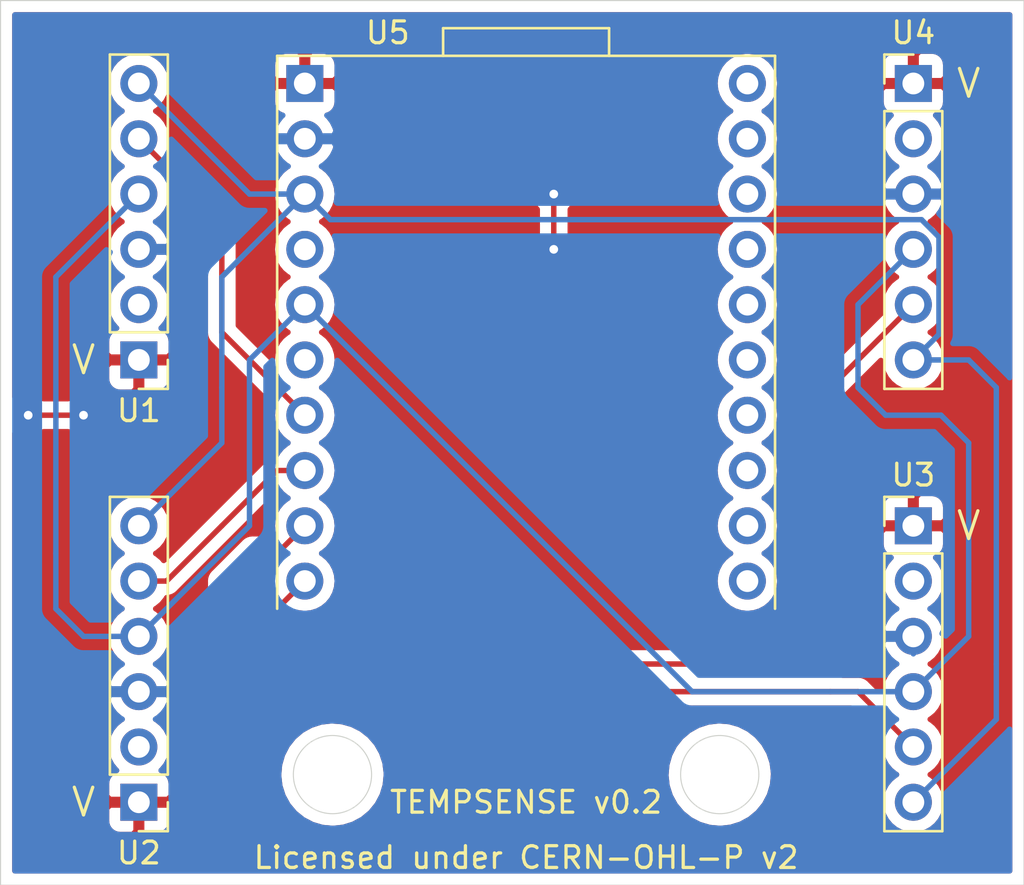
<source format=kicad_pcb>
(kicad_pcb (version 20171130) (host pcbnew "(5.1.6-0-10_14)")

  (general
    (thickness 1.6)
    (drawings 8)
    (tracks 62)
    (zones 0)
    (modules 5)
    (nets 25)
  )

  (page A4)
  (layers
    (0 F.Cu signal)
    (31 B.Cu signal)
    (32 B.Adhes user)
    (33 F.Adhes user)
    (34 B.Paste user)
    (35 F.Paste user)
    (36 B.SilkS user)
    (37 F.SilkS user)
    (38 B.Mask user)
    (39 F.Mask user)
    (40 Dwgs.User user)
    (41 Cmts.User user)
    (42 Eco1.User user)
    (43 Eco2.User user)
    (44 Edge.Cuts user)
    (45 Margin user)
    (46 B.CrtYd user)
    (47 F.CrtYd user)
    (48 B.Fab user)
    (49 F.Fab user)
  )

  (setup
    (last_trace_width 0.25)
    (trace_clearance 0.2)
    (zone_clearance 0.508)
    (zone_45_only no)
    (trace_min 0.2)
    (via_size 0.8)
    (via_drill 0.4)
    (via_min_size 0.4)
    (via_min_drill 0.3)
    (uvia_size 0.3)
    (uvia_drill 0.1)
    (uvias_allowed no)
    (uvia_min_size 0.2)
    (uvia_min_drill 0.1)
    (edge_width 0.05)
    (segment_width 0.2)
    (pcb_text_width 0.3)
    (pcb_text_size 1.5 1.5)
    (mod_edge_width 0.12)
    (mod_text_size 1 1)
    (mod_text_width 0.15)
    (pad_size 1.524 1.524)
    (pad_drill 0.762)
    (pad_to_mask_clearance 0.05)
    (aux_axis_origin 0 0)
    (visible_elements FFFFFF7F)
    (pcbplotparams
      (layerselection 0x010fc_ffffffff)
      (usegerberextensions false)
      (usegerberattributes true)
      (usegerberadvancedattributes true)
      (creategerberjobfile true)
      (excludeedgelayer true)
      (linewidth 0.100000)
      (plotframeref false)
      (viasonmask false)
      (mode 1)
      (useauxorigin false)
      (hpglpennumber 1)
      (hpglpenspeed 20)
      (hpglpendiameter 15.000000)
      (psnegative false)
      (psa4output false)
      (plotreference true)
      (plotvalue true)
      (plotinvisibletext false)
      (padsonsilk false)
      (subtractmaskfromsilk false)
      (outputformat 1)
      (mirror false)
      (drillshape 1)
      (scaleselection 1)
      (outputdirectory ""))
  )

  (net 0 "")
  (net 1 +5V)
  (net 2 "Net-(U1-Pad2)")
  (net 3 GND)
  (net 4 "Net-(U1-Pad5)")
  (net 5 CLK)
  (net 6 "Net-(U2-Pad5)")
  (net 7 "Net-(U2-Pad2)")
  (net 8 "Net-(U4-Pad2)")
  (net 9 "Net-(U3-Pad2)")
  (net 10 "Net-(U3-Pad5)")
  (net 11 "Net-(U4-Pad5)")
  (net 12 "Net-(U5-Pad11)")
  (net 13 "Net-(U5-Pad12)")
  (net 14 "Net-(U5-Pad13)")
  (net 15 "Net-(U5-Pad4)")
  (net 16 "Net-(U5-Pad14)")
  (net 17 "Net-(U5-Pad15)")
  (net 18 "Net-(U5-Pad6)")
  (net 19 "Net-(U5-Pad16)")
  (net 20 "Net-(U5-Pad17)")
  (net 21 "Net-(U5-Pad18)")
  (net 22 "Net-(U5-Pad19)")
  (net 23 "Net-(U5-Pad20)")
  (net 24 CIPO)

  (net_class Default "This is the default net class."
    (clearance 0.2)
    (trace_width 0.25)
    (via_dia 0.8)
    (via_drill 0.4)
    (uvia_dia 0.3)
    (uvia_drill 0.1)
    (add_net +5V)
    (add_net CIPO)
    (add_net CLK)
    (add_net GND)
    (add_net "Net-(U1-Pad2)")
    (add_net "Net-(U1-Pad5)")
    (add_net "Net-(U2-Pad2)")
    (add_net "Net-(U2-Pad5)")
    (add_net "Net-(U3-Pad2)")
    (add_net "Net-(U3-Pad5)")
    (add_net "Net-(U4-Pad2)")
    (add_net "Net-(U4-Pad5)")
    (add_net "Net-(U5-Pad11)")
    (add_net "Net-(U5-Pad12)")
    (add_net "Net-(U5-Pad13)")
    (add_net "Net-(U5-Pad14)")
    (add_net "Net-(U5-Pad15)")
    (add_net "Net-(U5-Pad16)")
    (add_net "Net-(U5-Pad17)")
    (add_net "Net-(U5-Pad18)")
    (add_net "Net-(U5-Pad19)")
    (add_net "Net-(U5-Pad20)")
    (add_net "Net-(U5-Pad4)")
    (add_net "Net-(U5-Pad6)")
  )

  (module TEMPSENSE:FT232H-socket (layer F.Cu) (tedit 5F0C98CD) (tstamp 5F07AD86)
    (at 317.5 205.74)
    (descr "20-lead though-hole mounted DIP package, row spacing 7.62 mm (300 mils), Socket")
    (tags "THT DIP DIL PDIP 2.54mm 7.62mm 300mil Socket")
    (path /5F04E877)
    (fp_text reference U5 (at 3.81 -2.33) (layer F.SilkS)
      (effects (font (size 1 1) (thickness 0.15)))
    )
    (fp_text value FT232H (at 3.81 25.19) (layer F.Fab)
      (effects (font (size 1 1) (thickness 0.15)))
    )
    (fp_line (start 21.59 -1.27) (end 21.59 24.13) (layer F.SilkS) (width 0.12))
    (fp_line (start -1.27 -1.27) (end 21.59 -1.27) (layer F.SilkS) (width 0.12))
    (fp_line (start -1.27 24.13) (end -1.27 -1.27) (layer F.SilkS) (width 0.12))
    (fp_line (start 9.15 -1.6) (end -1.55 -1.6) (layer F.CrtYd) (width 0.05))
    (fp_line (start 21.59 24.45) (end 21.59 -1.6) (layer F.CrtYd) (width 0.05))
    (fp_line (start -1.55 24.45) (end 9.15 24.45) (layer F.CrtYd) (width 0.05))
    (fp_line (start -1.55 -1.6) (end -1.55 24.45) (layer F.CrtYd) (width 0.05))
    (fp_line (start 21.59 24.19) (end 21.59 -1.33) (layer F.Fab) (width 0.1))
    (fp_line (start -1.55 -1.6) (end 21.59 -1.6) (layer F.CrtYd) (width 0.12))
    (fp_line (start 21.59 -1.6) (end 21.59 24.45) (layer F.CrtYd) (width 0.12))
    (fp_line (start 21.59 24.45) (end -1.55 24.45) (layer F.CrtYd) (width 0.12))
    (fp_line (start -1.55 24.45) (end -1.55 -1.6) (layer F.CrtYd) (width 0.12))
    (fp_line (start 6.35 -2.54) (end 13.97 -2.54) (layer F.SilkS) (width 0.12))
    (fp_line (start 6.35 -2.54) (end 6.35 -1.27) (layer F.SilkS) (width 0.12))
    (fp_line (start 13.97 -2.54) (end 13.97 -1.27) (layer F.SilkS) (width 0.12))
    (fp_line (start -1.27 -1.27) (end 21.59 -1.27) (layer Dwgs.User) (width 0.12))
    (fp_line (start 21.59 -1.27) (end 21.59 24.13) (layer Dwgs.User) (width 0.12))
    (fp_line (start 21.59 24.13) (end -1.27 24.13) (layer Dwgs.User) (width 0.12))
    (fp_line (start -1.27 24.13) (end -1.27 -1.27) (layer Dwgs.User) (width 0.12))
    (fp_text user %R (at 3.81 11.43) (layer F.Fab)
      (effects (font (size 1 1) (thickness 0.15)))
    )
    (pad 20 thru_hole oval (at 20.32 0) (size 1.7 1.7) (drill 1) (layers *.Cu *.Mask)
      (net 23 "Net-(U5-Pad20)"))
    (pad 10 thru_hole oval (at 0 22.86) (size 1.7 1.7) (drill 1) (layers *.Cu *.Mask)
      (net 11 "Net-(U4-Pad5)"))
    (pad 19 thru_hole oval (at 20.32 2.54) (size 1.7 1.7) (drill 1) (layers *.Cu *.Mask)
      (net 22 "Net-(U5-Pad19)"))
    (pad 9 thru_hole oval (at 0 20.32) (size 1.7 1.7) (drill 1) (layers *.Cu *.Mask)
      (net 10 "Net-(U3-Pad5)"))
    (pad 18 thru_hole oval (at 20.32 5.08) (size 1.7 1.7) (drill 1) (layers *.Cu *.Mask)
      (net 21 "Net-(U5-Pad18)"))
    (pad 8 thru_hole oval (at 0 17.78) (size 1.7 1.7) (drill 1) (layers *.Cu *.Mask)
      (net 6 "Net-(U2-Pad5)"))
    (pad 17 thru_hole oval (at 20.32 7.62) (size 1.7 1.7) (drill 1) (layers *.Cu *.Mask)
      (net 20 "Net-(U5-Pad17)"))
    (pad 7 thru_hole oval (at 0 15.24) (size 1.7 1.7) (drill 1) (layers *.Cu *.Mask)
      (net 4 "Net-(U1-Pad5)"))
    (pad 16 thru_hole oval (at 20.32 10.16) (size 1.7 1.7) (drill 1) (layers *.Cu *.Mask)
      (net 19 "Net-(U5-Pad16)"))
    (pad 6 thru_hole oval (at 0 12.7) (size 1.7 1.7) (drill 1) (layers *.Cu *.Mask)
      (net 18 "Net-(U5-Pad6)"))
    (pad 15 thru_hole oval (at 20.32 12.7) (size 1.7 1.7) (drill 1) (layers *.Cu *.Mask)
      (net 17 "Net-(U5-Pad15)"))
    (pad 5 thru_hole oval (at 0 10.16) (size 1.7 1.7) (drill 1) (layers *.Cu *.Mask)
      (net 24 CIPO))
    (pad 14 thru_hole oval (at 20.32 15.24) (size 1.7 1.7) (drill 1) (layers *.Cu *.Mask)
      (net 16 "Net-(U5-Pad14)"))
    (pad 4 thru_hole oval (at 0 7.62) (size 1.7 1.7) (drill 1) (layers *.Cu *.Mask)
      (net 15 "Net-(U5-Pad4)"))
    (pad 13 thru_hole oval (at 20.32 17.78) (size 1.7 1.7) (drill 1) (layers *.Cu *.Mask)
      (net 14 "Net-(U5-Pad13)"))
    (pad 3 thru_hole oval (at 0 5.08) (size 1.7 1.7) (drill 1) (layers *.Cu *.Mask)
      (net 5 CLK))
    (pad 12 thru_hole oval (at 20.32 20.32) (size 1.7 1.7) (drill 1) (layers *.Cu *.Mask)
      (net 13 "Net-(U5-Pad12)"))
    (pad 2 thru_hole oval (at 0 2.54) (size 1.7 1.7) (drill 1) (layers *.Cu *.Mask)
      (net 3 GND))
    (pad 11 thru_hole oval (at 20.32 22.86) (size 1.7 1.7) (drill 1) (layers *.Cu *.Mask)
      (net 12 "Net-(U5-Pad11)"))
    (pad 1 thru_hole rect (at 0 0) (size 1.7 1.7) (drill 1) (layers *.Cu *.Mask)
      (net 1 +5V))
    (model ${KISYS3DMOD}/Package_DIP.3dshapes/DIP-20_W7.62mm_Socket.wrl
      (at (xyz 0 0 0))
      (scale (xyz 1 1 1))
      (rotate (xyz 0 0 0))
    )
  )

  (module TEMPSENSE:Max-31855-board (layer F.Cu) (tedit 5F0C9454) (tstamp 5F07B0BB)
    (at 309.88 238.76 180)
    (descr "Through hole straight pin header, 1x06, 2.54mm pitch, single row")
    (tags "Through hole pin header THT 1x06 2.54mm single row")
    (path /5F04AF18)
    (fp_text reference U2 (at 0 -2.33) (layer F.SilkS)
      (effects (font (size 1 1) (thickness 0.15)))
    )
    (fp_text value MAX31855 (at 0 15.03) (layer F.Fab)
      (effects (font (size 1 1) (thickness 0.15)))
    )
    (fp_line (start 1.8 -1.8) (end -1.8 -1.8) (layer F.CrtYd) (width 0.05))
    (fp_line (start 1.8 14.5) (end 1.8 -1.8) (layer F.CrtYd) (width 0.05))
    (fp_line (start -1.8 14.5) (end 1.8 14.5) (layer F.CrtYd) (width 0.05))
    (fp_line (start -1.8 -1.8) (end -1.8 14.5) (layer F.CrtYd) (width 0.05))
    (fp_line (start -1.33 -1.33) (end 0 -1.33) (layer F.SilkS) (width 0.12))
    (fp_line (start -1.33 0) (end -1.33 -1.33) (layer F.SilkS) (width 0.12))
    (fp_line (start -1.33 1.27) (end 1.33 1.27) (layer F.SilkS) (width 0.12))
    (fp_line (start 1.33 1.27) (end 1.33 14.03) (layer F.SilkS) (width 0.12))
    (fp_line (start -1.33 1.27) (end -1.33 14.03) (layer F.SilkS) (width 0.12))
    (fp_line (start -1.33 14.03) (end 1.33 14.03) (layer F.SilkS) (width 0.12))
    (fp_line (start -1.27 -0.635) (end -0.635 -1.27) (layer F.Fab) (width 0.1))
    (fp_line (start -1.27 13.97) (end -1.27 -0.635) (layer F.Fab) (width 0.1))
    (fp_line (start 1.27 13.97) (end -1.27 13.97) (layer F.Fab) (width 0.1))
    (fp_line (start 1.27 -1.27) (end 1.27 13.97) (layer F.Fab) (width 0.1))
    (fp_line (start -0.635 -1.27) (end 1.27 -1.27) (layer F.Fab) (width 0.1))
    (fp_text user V (at 2.54 0) (layer F.SilkS)
      (effects (font (size 1.27 1.27) (thickness 0.15)))
    )
    (fp_text user %R (at 0 6.35 90) (layer F.Fab)
      (effects (font (size 1 1) (thickness 0.15)))
    )
    (pad 6 thru_hole oval (at 0 12.7 180) (size 1.7 1.7) (drill 1) (layers *.Cu *.Mask)
      (net 5 CLK))
    (pad 5 thru_hole oval (at 0 10.16 180) (size 1.7 1.7) (drill 1) (layers *.Cu *.Mask)
      (net 6 "Net-(U2-Pad5)"))
    (pad 4 thru_hole oval (at 0 7.62 180) (size 1.7 1.7) (drill 1) (layers *.Cu *.Mask)
      (net 24 CIPO))
    (pad 3 thru_hole oval (at 0 5.08 180) (size 1.7 1.7) (drill 1) (layers *.Cu *.Mask)
      (net 3 GND))
    (pad 2 thru_hole oval (at 0 2.54 180) (size 1.7 1.7) (drill 1) (layers *.Cu *.Mask)
      (net 7 "Net-(U2-Pad2)"))
    (pad 1 thru_hole rect (at 0 0 180) (size 1.7 1.7) (drill 1) (layers *.Cu *.Mask)
      (net 1 +5V))
    (model ${KISYS3DMOD}/Connector_PinHeader_2.54mm.3dshapes/PinHeader_1x06_P2.54mm_Vertical.wrl
      (at (xyz 0 0 0))
      (scale (xyz 1 1 1))
      (rotate (xyz 0 0 0))
    )
  )

  (module TEMPSENSE:Max-31855-board (layer F.Cu) (tedit 5F0C9454) (tstamp 5F07A99F)
    (at 309.88 218.44 180)
    (descr "Through hole straight pin header, 1x06, 2.54mm pitch, single row")
    (tags "Through hole pin header THT 1x06 2.54mm single row")
    (path /5F04AC2E)
    (fp_text reference U1 (at 0 -2.33) (layer F.SilkS)
      (effects (font (size 1 1) (thickness 0.15)))
    )
    (fp_text value MAX31855 (at 0 15.03) (layer F.Fab)
      (effects (font (size 1 1) (thickness 0.15)))
    )
    (fp_line (start 1.8 -1.8) (end -1.8 -1.8) (layer F.CrtYd) (width 0.05))
    (fp_line (start 1.8 14.5) (end 1.8 -1.8) (layer F.CrtYd) (width 0.05))
    (fp_line (start -1.8 14.5) (end 1.8 14.5) (layer F.CrtYd) (width 0.05))
    (fp_line (start -1.8 -1.8) (end -1.8 14.5) (layer F.CrtYd) (width 0.05))
    (fp_line (start -1.33 -1.33) (end 0 -1.33) (layer F.SilkS) (width 0.12))
    (fp_line (start -1.33 0) (end -1.33 -1.33) (layer F.SilkS) (width 0.12))
    (fp_line (start -1.33 1.27) (end 1.33 1.27) (layer F.SilkS) (width 0.12))
    (fp_line (start 1.33 1.27) (end 1.33 14.03) (layer F.SilkS) (width 0.12))
    (fp_line (start -1.33 1.27) (end -1.33 14.03) (layer F.SilkS) (width 0.12))
    (fp_line (start -1.33 14.03) (end 1.33 14.03) (layer F.SilkS) (width 0.12))
    (fp_line (start -1.27 -0.635) (end -0.635 -1.27) (layer F.Fab) (width 0.1))
    (fp_line (start -1.27 13.97) (end -1.27 -0.635) (layer F.Fab) (width 0.1))
    (fp_line (start 1.27 13.97) (end -1.27 13.97) (layer F.Fab) (width 0.1))
    (fp_line (start 1.27 -1.27) (end 1.27 13.97) (layer F.Fab) (width 0.1))
    (fp_line (start -0.635 -1.27) (end 1.27 -1.27) (layer F.Fab) (width 0.1))
    (fp_text user V (at 2.54 0) (layer F.SilkS)
      (effects (font (size 1.27 1.27) (thickness 0.15)))
    )
    (fp_text user %R (at 0 6.35 180) (layer F.Fab)
      (effects (font (size 1 1) (thickness 0.15)))
    )
    (pad 6 thru_hole oval (at 0 12.7 180) (size 1.7 1.7) (drill 1) (layers *.Cu *.Mask)
      (net 5 CLK))
    (pad 5 thru_hole oval (at 0 10.16 180) (size 1.7 1.7) (drill 1) (layers *.Cu *.Mask)
      (net 4 "Net-(U1-Pad5)"))
    (pad 4 thru_hole oval (at 0 7.62 180) (size 1.7 1.7) (drill 1) (layers *.Cu *.Mask)
      (net 24 CIPO))
    (pad 3 thru_hole oval (at 0 5.08 180) (size 1.7 1.7) (drill 1) (layers *.Cu *.Mask)
      (net 3 GND))
    (pad 2 thru_hole oval (at 0 2.54 180) (size 1.7 1.7) (drill 1) (layers *.Cu *.Mask)
      (net 2 "Net-(U1-Pad2)"))
    (pad 1 thru_hole rect (at 0 0 180) (size 1.7 1.7) (drill 1) (layers *.Cu *.Mask)
      (net 1 +5V))
    (model ${KISYS3DMOD}/Connector_PinHeader_2.54mm.3dshapes/PinHeader_1x06_P2.54mm_Vertical.wrl
      (at (xyz 0 0 0))
      (scale (xyz 1 1 1))
      (rotate (xyz 0 0 0))
    )
  )

  (module TEMPSENSE:Max-31855-board (layer F.Cu) (tedit 5F0C9454) (tstamp 5F07A9D7)
    (at 345.44 226.06)
    (descr "Through hole straight pin header, 1x06, 2.54mm pitch, single row")
    (tags "Through hole pin header THT 1x06 2.54mm single row")
    (path /5F04B0BE)
    (fp_text reference U3 (at 0 -2.33) (layer F.SilkS)
      (effects (font (size 1 1) (thickness 0.15)))
    )
    (fp_text value MAX31855 (at 0 15.03) (layer F.Fab)
      (effects (font (size 1 1) (thickness 0.15)))
    )
    (fp_line (start 1.8 -1.8) (end -1.8 -1.8) (layer F.CrtYd) (width 0.05))
    (fp_line (start 1.8 14.5) (end 1.8 -1.8) (layer F.CrtYd) (width 0.05))
    (fp_line (start -1.8 14.5) (end 1.8 14.5) (layer F.CrtYd) (width 0.05))
    (fp_line (start -1.8 -1.8) (end -1.8 14.5) (layer F.CrtYd) (width 0.05))
    (fp_line (start -1.33 -1.33) (end 0 -1.33) (layer F.SilkS) (width 0.12))
    (fp_line (start -1.33 0) (end -1.33 -1.33) (layer F.SilkS) (width 0.12))
    (fp_line (start -1.33 1.27) (end 1.33 1.27) (layer F.SilkS) (width 0.12))
    (fp_line (start 1.33 1.27) (end 1.33 14.03) (layer F.SilkS) (width 0.12))
    (fp_line (start -1.33 1.27) (end -1.33 14.03) (layer F.SilkS) (width 0.12))
    (fp_line (start -1.33 14.03) (end 1.33 14.03) (layer F.SilkS) (width 0.12))
    (fp_line (start -1.27 -0.635) (end -0.635 -1.27) (layer F.Fab) (width 0.1))
    (fp_line (start -1.27 13.97) (end -1.27 -0.635) (layer F.Fab) (width 0.1))
    (fp_line (start 1.27 13.97) (end -1.27 13.97) (layer F.Fab) (width 0.1))
    (fp_line (start 1.27 -1.27) (end 1.27 13.97) (layer F.Fab) (width 0.1))
    (fp_line (start -0.635 -1.27) (end 1.27 -1.27) (layer F.Fab) (width 0.1))
    (fp_text user V (at 2.54 0) (layer F.SilkS)
      (effects (font (size 1.27 1.27) (thickness 0.15)))
    )
    (fp_text user %R (at 0 6.35 90) (layer F.Fab)
      (effects (font (size 1 1) (thickness 0.15)))
    )
    (pad 6 thru_hole oval (at 0 12.7) (size 1.7 1.7) (drill 1) (layers *.Cu *.Mask)
      (net 5 CLK))
    (pad 5 thru_hole oval (at 0 10.16) (size 1.7 1.7) (drill 1) (layers *.Cu *.Mask)
      (net 10 "Net-(U3-Pad5)"))
    (pad 4 thru_hole oval (at 0 7.62) (size 1.7 1.7) (drill 1) (layers *.Cu *.Mask)
      (net 24 CIPO))
    (pad 3 thru_hole oval (at 0 5.08) (size 1.7 1.7) (drill 1) (layers *.Cu *.Mask)
      (net 3 GND))
    (pad 2 thru_hole oval (at 0 2.54) (size 1.7 1.7) (drill 1) (layers *.Cu *.Mask)
      (net 9 "Net-(U3-Pad2)"))
    (pad 1 thru_hole rect (at 0 0) (size 1.7 1.7) (drill 1) (layers *.Cu *.Mask)
      (net 1 +5V))
    (model ${KISYS3DMOD}/Connector_PinHeader_2.54mm.3dshapes/PinHeader_1x06_P2.54mm_Vertical.wrl
      (at (xyz 0 0 0))
      (scale (xyz 1 1 1))
      (rotate (xyz 0 0 0))
    )
  )

  (module TEMPSENSE:Max-31855-board (layer F.Cu) (tedit 5F0C9454) (tstamp 5F07A9F3)
    (at 345.44 205.74)
    (descr "Through hole straight pin header, 1x06, 2.54mm pitch, single row")
    (tags "Through hole pin header THT 1x06 2.54mm single row")
    (path /5F04B7B2)
    (fp_text reference U4 (at 0 -2.33) (layer F.SilkS)
      (effects (font (size 1 1) (thickness 0.15)))
    )
    (fp_text value MAX31855 (at 0 15.03) (layer F.Fab)
      (effects (font (size 1 1) (thickness 0.15)))
    )
    (fp_line (start 1.8 -1.8) (end -1.8 -1.8) (layer F.CrtYd) (width 0.05))
    (fp_line (start 1.8 14.5) (end 1.8 -1.8) (layer F.CrtYd) (width 0.05))
    (fp_line (start -1.8 14.5) (end 1.8 14.5) (layer F.CrtYd) (width 0.05))
    (fp_line (start -1.8 -1.8) (end -1.8 14.5) (layer F.CrtYd) (width 0.05))
    (fp_line (start -1.33 -1.33) (end 0 -1.33) (layer F.SilkS) (width 0.12))
    (fp_line (start -1.33 0) (end -1.33 -1.33) (layer F.SilkS) (width 0.12))
    (fp_line (start -1.33 1.27) (end 1.33 1.27) (layer F.SilkS) (width 0.12))
    (fp_line (start 1.33 1.27) (end 1.33 14.03) (layer F.SilkS) (width 0.12))
    (fp_line (start -1.33 1.27) (end -1.33 14.03) (layer F.SilkS) (width 0.12))
    (fp_line (start -1.33 14.03) (end 1.33 14.03) (layer F.SilkS) (width 0.12))
    (fp_line (start -1.27 -0.635) (end -0.635 -1.27) (layer F.Fab) (width 0.1))
    (fp_line (start -1.27 13.97) (end -1.27 -0.635) (layer F.Fab) (width 0.1))
    (fp_line (start 1.27 13.97) (end -1.27 13.97) (layer F.Fab) (width 0.1))
    (fp_line (start 1.27 -1.27) (end 1.27 13.97) (layer F.Fab) (width 0.1))
    (fp_line (start -0.635 -1.27) (end 1.27 -1.27) (layer F.Fab) (width 0.1))
    (fp_text user V (at 2.54 0) (layer F.SilkS)
      (effects (font (size 1.27 1.27) (thickness 0.15)))
    )
    (fp_text user %R (at 0 6.35 90) (layer F.Fab)
      (effects (font (size 1 1) (thickness 0.15)))
    )
    (pad 6 thru_hole oval (at 0 12.7) (size 1.7 1.7) (drill 1) (layers *.Cu *.Mask)
      (net 5 CLK))
    (pad 5 thru_hole oval (at 0 10.16) (size 1.7 1.7) (drill 1) (layers *.Cu *.Mask)
      (net 11 "Net-(U4-Pad5)"))
    (pad 4 thru_hole oval (at 0 7.62) (size 1.7 1.7) (drill 1) (layers *.Cu *.Mask)
      (net 24 CIPO))
    (pad 3 thru_hole oval (at 0 5.08) (size 1.7 1.7) (drill 1) (layers *.Cu *.Mask)
      (net 3 GND))
    (pad 2 thru_hole oval (at 0 2.54) (size 1.7 1.7) (drill 1) (layers *.Cu *.Mask)
      (net 8 "Net-(U4-Pad2)"))
    (pad 1 thru_hole rect (at 0 0) (size 1.7 1.7) (drill 1) (layers *.Cu *.Mask)
      (net 1 +5V))
    (model ${KISYS3DMOD}/Connector_PinHeader_2.54mm.3dshapes/PinHeader_1x06_P2.54mm_Vertical.wrl
      (at (xyz 0 0 0))
      (scale (xyz 1 1 1))
      (rotate (xyz 0 0 0))
    )
  )

  (gr_text "Licensed under CERN-OHL-P v2" (at 327.66 241.3) (layer F.SilkS) (tstamp 60633A5A)
    (effects (font (size 1 1) (thickness 0.15)))
  )
  (gr_text "TEMPSENSE v0.2" (at 327.66 238.76) (layer F.SilkS)
    (effects (font (size 1 1) (thickness 0.15)))
  )
  (gr_circle (center 336.55 237.49) (end 335.28 236.22) (layer Edge.Cuts) (width 0.05))
  (gr_circle (center 318.77 237.49) (end 320.04 236.22) (layer Edge.Cuts) (width 0.05) (tstamp 5F0DFA15))
  (gr_line (start 350.52 201.93) (end 303.53 201.93) (layer Edge.Cuts) (width 0.05) (tstamp 5F07B193))
  (gr_line (start 350.52 242.57) (end 350.52 201.93) (layer Edge.Cuts) (width 0.05))
  (gr_line (start 303.53 242.57) (end 350.52 242.57) (layer Edge.Cuts) (width 0.05))
  (gr_line (start 303.53 201.93) (end 303.53 242.57) (layer Edge.Cuts) (width 0.05))

  (via (at 328.93 210.82) (size 0.8) (drill 0.4) (layers F.Cu B.Cu) (net 3))
  (via (at 328.93 213.36) (size 0.8) (drill 0.4) (layers F.Cu B.Cu) (net 3))
  (segment (start 328.93 210.82) (end 328.93 213.36) (width 0.25) (layer F.Cu) (net 3))
  (segment (start 307.34 220.98) (end 304.8 220.98) (width 0.25) (layer F.Cu) (net 3))
  (via (at 307.34 220.98) (size 0.8) (drill 0.4) (layers F.Cu B.Cu) (net 3))
  (via (at 304.8 220.98) (size 0.8) (drill 0.4) (layers F.Cu B.Cu) (net 3))
  (segment (start 345.44 231.940998) (end 345.44 231.14) (width 0.25) (layer B.Cu) (net 3))
  (segment (start 317.5 220.98) (end 313.69 217.17) (width 0.25) (layer F.Cu) (net 4))
  (segment (start 313.69 212.09) (end 309.88 208.28) (width 0.25) (layer F.Cu) (net 4))
  (segment (start 313.69 217.17) (end 313.69 212.09) (width 0.25) (layer F.Cu) (net 4))
  (segment (start 345.44 218.44) (end 347.98 218.44) (width 0.25) (layer B.Cu) (net 5))
  (segment (start 347.98 218.44) (end 349.25 219.71) (width 0.25) (layer B.Cu) (net 5))
  (segment (start 313.69 214.63) (end 313.69 219.71) (width 0.25) (layer B.Cu) (net 5))
  (segment (start 317.5 210.82) (end 313.69 214.63) (width 0.25) (layer B.Cu) (net 5))
  (segment (start 349.25 219.71) (end 349.25 232.41) (width 0.25) (layer B.Cu) (net 5))
  (segment (start 314.96 210.82) (end 309.88 205.74) (width 0.25) (layer B.Cu) (net 5))
  (segment (start 317.5 210.82) (end 314.96 210.82) (width 0.25) (layer B.Cu) (net 5))
  (segment (start 318.675001 211.995001) (end 317.5 210.82) (width 0.25) (layer B.Cu) (net 5))
  (segment (start 346.615001 212.795999) (end 345.814003 211.995001) (width 0.25) (layer B.Cu) (net 5))
  (segment (start 345.814003 211.995001) (end 318.675001 211.995001) (width 0.25) (layer B.Cu) (net 5))
  (segment (start 346.615001 217.264999) (end 346.615001 212.795999) (width 0.25) (layer B.Cu) (net 5))
  (segment (start 345.44 218.44) (end 346.615001 217.264999) (width 0.25) (layer B.Cu) (net 5))
  (segment (start 313.69 219.71) (end 313.69 222.25) (width 0.25) (layer B.Cu) (net 5))
  (segment (start 313.69 222.25) (end 309.88 226.06) (width 0.25) (layer B.Cu) (net 5))
  (segment (start 349.25 232.41) (end 349.25 234.95) (width 0.25) (layer B.Cu) (net 5))
  (segment (start 349.25 234.95) (end 345.44 238.76) (width 0.25) (layer B.Cu) (net 5))
  (segment (start 317.5 223.52) (end 316.23 223.52) (width 0.25) (layer F.Cu) (net 6))
  (segment (start 316.23 223.52) (end 313.69 226.06) (width 0.25) (layer F.Cu) (net 6))
  (segment (start 313.69 226.06) (end 311.15 228.6) (width 0.25) (layer F.Cu) (net 6))
  (segment (start 311.15 228.6) (end 309.88 228.6) (width 0.25) (layer F.Cu) (net 6))
  (segment (start 316.374999 227.185001) (end 315.104999 227.185001) (width 0.25) (layer F.Cu) (net 10))
  (segment (start 317.5 226.06) (end 316.374999 227.185001) (width 0.25) (layer F.Cu) (net 10))
  (segment (start 315.104999 227.185001) (end 313.69 228.6) (width 0.25) (layer F.Cu) (net 10))
  (segment (start 313.69 228.6) (end 313.69 233.68) (width 0.25) (layer F.Cu) (net 10))
  (segment (start 342.9 233.68) (end 345.44 236.22) (width 0.25) (layer F.Cu) (net 10))
  (segment (start 341.63 233.68) (end 342.9 233.68) (width 0.25) (layer F.Cu) (net 10))
  (segment (start 313.69 233.68) (end 341.63 233.68) (width 0.25) (layer F.Cu) (net 10))
  (segment (start 317.5 228.6) (end 314.96 231.14) (width 0.25) (layer F.Cu) (net 11))
  (segment (start 314.96 231.14) (end 314.96 232.41) (width 0.25) (layer F.Cu) (net 11))
  (segment (start 314.96 232.41) (end 341.63 232.41) (width 0.25) (layer F.Cu) (net 11))
  (segment (start 341.63 219.71) (end 345.44 215.9) (width 0.25) (layer F.Cu) (net 11))
  (segment (start 341.63 232.41) (end 341.63 219.71) (width 0.25) (layer F.Cu) (net 11))
  (segment (start 306.07 214.63) (end 309.88 210.82) (width 0.25) (layer B.Cu) (net 24))
  (segment (start 306.07 227.33) (end 306.07 214.63) (width 0.25) (layer B.Cu) (net 24))
  (segment (start 314.96 218.44) (end 314.96 223.52) (width 0.25) (layer B.Cu) (net 24))
  (segment (start 317.5 215.9) (end 314.96 218.44) (width 0.25) (layer B.Cu) (net 24))
  (segment (start 317.5 215.9) (end 332.74 231.14) (width 0.25) (layer B.Cu) (net 24))
  (segment (start 342.9 215.9) (end 345.44 213.36) (width 0.25) (layer B.Cu) (net 24))
  (segment (start 347.98 222.25) (end 346.71 220.98) (width 0.25) (layer B.Cu) (net 24))
  (segment (start 344.17 220.98) (end 342.9 219.71) (width 0.25) (layer B.Cu) (net 24))
  (segment (start 346.71 220.98) (end 344.17 220.98) (width 0.25) (layer B.Cu) (net 24))
  (segment (start 342.9 219.71) (end 342.9 215.9) (width 0.25) (layer B.Cu) (net 24))
  (segment (start 347.98 228.6) (end 347.98 222.25) (width 0.25) (layer B.Cu) (net 24))
  (segment (start 314.96 226.06) (end 309.88 231.14) (width 0.25) (layer B.Cu) (net 24))
  (segment (start 314.96 223.52) (end 314.96 226.06) (width 0.25) (layer B.Cu) (net 24))
  (segment (start 309.88 231.14) (end 307.34 231.14) (width 0.25) (layer B.Cu) (net 24))
  (segment (start 306.07 229.87) (end 306.07 227.33) (width 0.25) (layer B.Cu) (net 24))
  (segment (start 307.34 231.14) (end 306.07 229.87) (width 0.25) (layer B.Cu) (net 24))
  (segment (start 347.98 228.6) (end 347.98 231.14) (width 0.25) (layer B.Cu) (net 24))
  (segment (start 347.98 231.14) (end 345.44 233.68) (width 0.25) (layer B.Cu) (net 24))
  (segment (start 332.74 231.14) (end 335.28 233.68) (width 0.25) (layer B.Cu) (net 24))
  (segment (start 335.28 233.68) (end 345.44 233.68) (width 0.25) (layer B.Cu) (net 24))

  (zone (net 3) (net_name GND) (layer B.Cu) (tstamp 5F68F58B) (hatch edge 0.508)
    (connect_pads (clearance 0.508))
    (min_thickness 0.254)
    (fill yes (arc_segments 32) (thermal_gap 0.508) (thermal_bridge_width 0.508))
    (polygon
      (pts
        (xy 350.52 242.57) (xy 303.53 242.57) (xy 303.53 201.93) (xy 350.52 201.93)
      )
    )
    (filled_polygon
      (pts
        (xy 349.860001 219.255294) (xy 349.790001 219.169999) (xy 349.761003 219.146201) (xy 348.543804 217.929003) (xy 348.520001 217.899999)
        (xy 348.404276 217.805026) (xy 348.272247 217.734454) (xy 348.128986 217.690997) (xy 348.017333 217.68) (xy 348.017322 217.68)
        (xy 347.98 217.676324) (xy 347.942678 217.68) (xy 347.254933 217.68) (xy 347.320547 217.557246) (xy 347.364004 217.413985)
        (xy 347.375001 217.302332) (xy 347.375001 217.302323) (xy 347.378677 217.265) (xy 347.375001 217.227677) (xy 347.375001 212.833321)
        (xy 347.378677 212.795998) (xy 347.375001 212.758675) (xy 347.375001 212.758666) (xy 347.364004 212.647013) (xy 347.320547 212.503752)
        (xy 347.249975 212.371723) (xy 347.155002 212.255998) (xy 347.126003 212.2322) (xy 346.612987 211.719183) (xy 346.711641 211.58692)
        (xy 346.836825 211.324099) (xy 346.881476 211.17689) (xy 346.760155 210.947) (xy 345.567 210.947) (xy 345.567 210.967)
        (xy 345.313 210.967) (xy 345.313 210.947) (xy 344.119845 210.947) (xy 343.998524 211.17689) (xy 344.01615 211.235001)
        (xy 339.245931 211.235001) (xy 339.283513 211.111111) (xy 339.312185 210.82) (xy 339.283513 210.528889) (xy 339.198599 210.248966)
        (xy 339.060706 209.990986) (xy 338.875134 209.764866) (xy 338.649014 209.579294) (xy 338.594209 209.55) (xy 338.649014 209.520706)
        (xy 338.875134 209.335134) (xy 339.060706 209.109014) (xy 339.198599 208.851034) (xy 339.283513 208.571111) (xy 339.312185 208.28)
        (xy 343.947815 208.28) (xy 343.976487 208.571111) (xy 344.061401 208.851034) (xy 344.199294 209.109014) (xy 344.384866 209.335134)
        (xy 344.610986 209.520706) (xy 344.675523 209.555201) (xy 344.558645 209.624822) (xy 344.342412 209.819731) (xy 344.168359 210.05308)
        (xy 344.043175 210.315901) (xy 343.998524 210.46311) (xy 344.119845 210.693) (xy 345.313 210.693) (xy 345.313 210.673)
        (xy 345.567 210.673) (xy 345.567 210.693) (xy 346.760155 210.693) (xy 346.881476 210.46311) (xy 346.836825 210.315901)
        (xy 346.711641 210.05308) (xy 346.537588 209.819731) (xy 346.321355 209.624822) (xy 346.204477 209.555201) (xy 346.269014 209.520706)
        (xy 346.495134 209.335134) (xy 346.680706 209.109014) (xy 346.818599 208.851034) (xy 346.903513 208.571111) (xy 346.932185 208.28)
        (xy 346.903513 207.988889) (xy 346.818599 207.708966) (xy 346.680706 207.450986) (xy 346.495134 207.224866) (xy 346.465313 207.200393)
        (xy 346.53418 207.179502) (xy 346.644494 207.120537) (xy 346.741185 207.041185) (xy 346.820537 206.944494) (xy 346.879502 206.83418)
        (xy 346.915812 206.714482) (xy 346.928072 206.59) (xy 346.928072 204.89) (xy 346.915812 204.765518) (xy 346.879502 204.64582)
        (xy 346.820537 204.535506) (xy 346.741185 204.438815) (xy 346.644494 204.359463) (xy 346.53418 204.300498) (xy 346.414482 204.264188)
        (xy 346.29 204.251928) (xy 344.59 204.251928) (xy 344.465518 204.264188) (xy 344.34582 204.300498) (xy 344.235506 204.359463)
        (xy 344.138815 204.438815) (xy 344.059463 204.535506) (xy 344.000498 204.64582) (xy 343.964188 204.765518) (xy 343.951928 204.89)
        (xy 343.951928 206.59) (xy 343.964188 206.714482) (xy 344.000498 206.83418) (xy 344.059463 206.944494) (xy 344.138815 207.041185)
        (xy 344.235506 207.120537) (xy 344.34582 207.179502) (xy 344.414687 207.200393) (xy 344.384866 207.224866) (xy 344.199294 207.450986)
        (xy 344.061401 207.708966) (xy 343.976487 207.988889) (xy 343.947815 208.28) (xy 339.312185 208.28) (xy 339.283513 207.988889)
        (xy 339.198599 207.708966) (xy 339.060706 207.450986) (xy 338.875134 207.224866) (xy 338.649014 207.039294) (xy 338.594209 207.01)
        (xy 338.649014 206.980706) (xy 338.875134 206.795134) (xy 339.060706 206.569014) (xy 339.198599 206.311034) (xy 339.283513 206.031111)
        (xy 339.312185 205.74) (xy 339.283513 205.448889) (xy 339.198599 205.168966) (xy 339.060706 204.910986) (xy 338.875134 204.684866)
        (xy 338.649014 204.499294) (xy 338.391034 204.361401) (xy 338.111111 204.276487) (xy 337.89295 204.255) (xy 337.74705 204.255)
        (xy 337.528889 204.276487) (xy 337.248966 204.361401) (xy 336.990986 204.499294) (xy 336.764866 204.684866) (xy 336.579294 204.910986)
        (xy 336.441401 205.168966) (xy 336.356487 205.448889) (xy 336.327815 205.74) (xy 336.356487 206.031111) (xy 336.441401 206.311034)
        (xy 336.579294 206.569014) (xy 336.764866 206.795134) (xy 336.990986 206.980706) (xy 337.045791 207.01) (xy 336.990986 207.039294)
        (xy 336.764866 207.224866) (xy 336.579294 207.450986) (xy 336.441401 207.708966) (xy 336.356487 207.988889) (xy 336.327815 208.28)
        (xy 336.356487 208.571111) (xy 336.441401 208.851034) (xy 336.579294 209.109014) (xy 336.764866 209.335134) (xy 336.990986 209.520706)
        (xy 337.045791 209.55) (xy 336.990986 209.579294) (xy 336.764866 209.764866) (xy 336.579294 209.990986) (xy 336.441401 210.248966)
        (xy 336.356487 210.528889) (xy 336.327815 210.82) (xy 336.356487 211.111111) (xy 336.394069 211.235001) (xy 318.989803 211.235001)
        (xy 318.940797 211.185995) (xy 318.963513 211.111111) (xy 318.992185 210.82) (xy 318.963513 210.528889) (xy 318.878599 210.248966)
        (xy 318.740706 209.990986) (xy 318.555134 209.764866) (xy 318.329014 209.579294) (xy 318.264477 209.544799) (xy 318.381355 209.475178)
        (xy 318.597588 209.280269) (xy 318.771641 209.04692) (xy 318.896825 208.784099) (xy 318.941476 208.63689) (xy 318.820155 208.407)
        (xy 317.627 208.407) (xy 317.627 208.427) (xy 317.373 208.427) (xy 317.373 208.407) (xy 316.179845 208.407)
        (xy 316.058524 208.63689) (xy 316.103175 208.784099) (xy 316.228359 209.04692) (xy 316.402412 209.280269) (xy 316.618645 209.475178)
        (xy 316.735523 209.544799) (xy 316.670986 209.579294) (xy 316.444866 209.764866) (xy 316.259294 209.990986) (xy 316.222405 210.06)
        (xy 315.274802 210.06) (xy 311.320797 206.105996) (xy 311.343513 206.031111) (xy 311.372185 205.74) (xy 311.343513 205.448889)
        (xy 311.258599 205.168966) (xy 311.120706 204.910986) (xy 311.103484 204.89) (xy 316.011928 204.89) (xy 316.011928 206.59)
        (xy 316.024188 206.714482) (xy 316.060498 206.83418) (xy 316.119463 206.944494) (xy 316.198815 207.041185) (xy 316.295506 207.120537)
        (xy 316.40582 207.179502) (xy 316.486466 207.203966) (xy 316.402412 207.279731) (xy 316.228359 207.51308) (xy 316.103175 207.775901)
        (xy 316.058524 207.92311) (xy 316.179845 208.153) (xy 317.373 208.153) (xy 317.373 208.133) (xy 317.627 208.133)
        (xy 317.627 208.153) (xy 318.820155 208.153) (xy 318.941476 207.92311) (xy 318.896825 207.775901) (xy 318.771641 207.51308)
        (xy 318.597588 207.279731) (xy 318.513534 207.203966) (xy 318.59418 207.179502) (xy 318.704494 207.120537) (xy 318.801185 207.041185)
        (xy 318.880537 206.944494) (xy 318.939502 206.83418) (xy 318.975812 206.714482) (xy 318.988072 206.59) (xy 318.988072 204.89)
        (xy 318.975812 204.765518) (xy 318.939502 204.64582) (xy 318.880537 204.535506) (xy 318.801185 204.438815) (xy 318.704494 204.359463)
        (xy 318.59418 204.300498) (xy 318.474482 204.264188) (xy 318.35 204.251928) (xy 316.65 204.251928) (xy 316.525518 204.264188)
        (xy 316.40582 204.300498) (xy 316.295506 204.359463) (xy 316.198815 204.438815) (xy 316.119463 204.535506) (xy 316.060498 204.64582)
        (xy 316.024188 204.765518) (xy 316.011928 204.89) (xy 311.103484 204.89) (xy 310.935134 204.684866) (xy 310.709014 204.499294)
        (xy 310.451034 204.361401) (xy 310.171111 204.276487) (xy 309.95295 204.255) (xy 309.80705 204.255) (xy 309.588889 204.276487)
        (xy 309.308966 204.361401) (xy 309.050986 204.499294) (xy 308.824866 204.684866) (xy 308.639294 204.910986) (xy 308.501401 205.168966)
        (xy 308.416487 205.448889) (xy 308.387815 205.74) (xy 308.416487 206.031111) (xy 308.501401 206.311034) (xy 308.639294 206.569014)
        (xy 308.824866 206.795134) (xy 309.050986 206.980706) (xy 309.105791 207.01) (xy 309.050986 207.039294) (xy 308.824866 207.224866)
        (xy 308.639294 207.450986) (xy 308.501401 207.708966) (xy 308.416487 207.988889) (xy 308.387815 208.28) (xy 308.416487 208.571111)
        (xy 308.501401 208.851034) (xy 308.639294 209.109014) (xy 308.824866 209.335134) (xy 309.050986 209.520706) (xy 309.105791 209.55)
        (xy 309.050986 209.579294) (xy 308.824866 209.764866) (xy 308.639294 209.990986) (xy 308.501401 210.248966) (xy 308.416487 210.528889)
        (xy 308.387815 210.82) (xy 308.416487 211.111111) (xy 308.439203 211.185995) (xy 305.558998 214.066201) (xy 305.53 214.089999)
        (xy 305.506202 214.118997) (xy 305.506201 214.118998) (xy 305.435026 214.205724) (xy 305.364454 214.337754) (xy 305.320998 214.481015)
        (xy 305.306324 214.63) (xy 305.310001 214.667332) (xy 305.31 227.367332) (xy 305.310001 227.367342) (xy 305.31 229.832677)
        (xy 305.306324 229.87) (xy 305.31 229.907322) (xy 305.31 229.907332) (xy 305.320997 230.018985) (xy 305.357624 230.139731)
        (xy 305.364454 230.162246) (xy 305.435026 230.294276) (xy 305.44874 230.310986) (xy 305.529999 230.410001) (xy 305.559003 230.433804)
        (xy 306.7762 231.651002) (xy 306.799999 231.680001) (xy 306.915724 231.774974) (xy 307.047753 231.845546) (xy 307.191014 231.889003)
        (xy 307.302667 231.9) (xy 307.302676 231.9) (xy 307.339999 231.903676) (xy 307.377322 231.9) (xy 308.602405 231.9)
        (xy 308.639294 231.969014) (xy 308.824866 232.195134) (xy 309.050986 232.380706) (xy 309.115523 232.415201) (xy 308.998645 232.484822)
        (xy 308.782412 232.679731) (xy 308.608359 232.91308) (xy 308.483175 233.175901) (xy 308.438524 233.32311) (xy 308.559845 233.553)
        (xy 309.753 233.553) (xy 309.753 233.533) (xy 310.007 233.533) (xy 310.007 233.553) (xy 311.200155 233.553)
        (xy 311.321476 233.32311) (xy 311.276825 233.175901) (xy 311.151641 232.91308) (xy 310.977588 232.679731) (xy 310.761355 232.484822)
        (xy 310.644477 232.415201) (xy 310.709014 232.380706) (xy 310.935134 232.195134) (xy 311.120706 231.969014) (xy 311.258599 231.711034)
        (xy 311.343513 231.431111) (xy 311.372185 231.14) (xy 311.343513 230.848889) (xy 311.320797 230.774004) (xy 315.471003 226.623799)
        (xy 315.500001 226.600001) (xy 315.52764 226.566323) (xy 315.594974 226.484277) (xy 315.665546 226.352247) (xy 315.665891 226.351111)
        (xy 315.709003 226.208986) (xy 315.72 226.097333) (xy 315.72 226.097323) (xy 315.723676 226.06) (xy 315.72 226.022677)
        (xy 315.72 218.754801) (xy 316.010235 218.464567) (xy 316.036487 218.731111) (xy 316.121401 219.011034) (xy 316.259294 219.269014)
        (xy 316.444866 219.495134) (xy 316.670986 219.680706) (xy 316.725791 219.71) (xy 316.670986 219.739294) (xy 316.444866 219.924866)
        (xy 316.259294 220.150986) (xy 316.121401 220.408966) (xy 316.036487 220.688889) (xy 316.007815 220.98) (xy 316.036487 221.271111)
        (xy 316.121401 221.551034) (xy 316.259294 221.809014) (xy 316.444866 222.035134) (xy 316.670986 222.220706) (xy 316.725791 222.25)
        (xy 316.670986 222.279294) (xy 316.444866 222.464866) (xy 316.259294 222.690986) (xy 316.121401 222.948966) (xy 316.036487 223.228889)
        (xy 316.007815 223.52) (xy 316.036487 223.811111) (xy 316.121401 224.091034) (xy 316.259294 224.349014) (xy 316.444866 224.575134)
        (xy 316.670986 224.760706) (xy 316.725791 224.79) (xy 316.670986 224.819294) (xy 316.444866 225.004866) (xy 316.259294 225.230986)
        (xy 316.121401 225.488966) (xy 316.036487 225.768889) (xy 316.007815 226.06) (xy 316.036487 226.351111) (xy 316.121401 226.631034)
        (xy 316.259294 226.889014) (xy 316.444866 227.115134) (xy 316.670986 227.300706) (xy 316.725791 227.33) (xy 316.670986 227.359294)
        (xy 316.444866 227.544866) (xy 316.259294 227.770986) (xy 316.121401 228.028966) (xy 316.036487 228.308889) (xy 316.007815 228.6)
        (xy 316.036487 228.891111) (xy 316.121401 229.171034) (xy 316.259294 229.429014) (xy 316.444866 229.655134) (xy 316.670986 229.840706)
        (xy 316.928966 229.978599) (xy 317.208889 230.063513) (xy 317.42705 230.085) (xy 317.57295 230.085) (xy 317.791111 230.063513)
        (xy 318.071034 229.978599) (xy 318.329014 229.840706) (xy 318.555134 229.655134) (xy 318.740706 229.429014) (xy 318.878599 229.171034)
        (xy 318.963513 228.891111) (xy 318.992185 228.6) (xy 318.963513 228.308889) (xy 318.878599 228.028966) (xy 318.740706 227.770986)
        (xy 318.555134 227.544866) (xy 318.329014 227.359294) (xy 318.274209 227.33) (xy 318.329014 227.300706) (xy 318.555134 227.115134)
        (xy 318.740706 226.889014) (xy 318.878599 226.631034) (xy 318.963513 226.351111) (xy 318.992185 226.06) (xy 318.963513 225.768889)
        (xy 318.878599 225.488966) (xy 318.740706 225.230986) (xy 318.555134 225.004866) (xy 318.329014 224.819294) (xy 318.274209 224.79)
        (xy 318.329014 224.760706) (xy 318.555134 224.575134) (xy 318.740706 224.349014) (xy 318.878599 224.091034) (xy 318.963513 223.811111)
        (xy 318.992185 223.52) (xy 318.963513 223.228889) (xy 318.878599 222.948966) (xy 318.740706 222.690986) (xy 318.555134 222.464866)
        (xy 318.329014 222.279294) (xy 318.274209 222.25) (xy 318.329014 222.220706) (xy 318.555134 222.035134) (xy 318.740706 221.809014)
        (xy 318.878599 221.551034) (xy 318.963513 221.271111) (xy 318.992185 220.98) (xy 318.963513 220.688889) (xy 318.878599 220.408966)
        (xy 318.740706 220.150986) (xy 318.555134 219.924866) (xy 318.329014 219.739294) (xy 318.274209 219.71) (xy 318.329014 219.680706)
        (xy 318.555134 219.495134) (xy 318.740706 219.269014) (xy 318.878599 219.011034) (xy 318.963513 218.731111) (xy 318.989765 218.464567)
        (xy 332.228997 231.703799) (xy 332.229002 231.703803) (xy 334.716205 234.191008) (xy 334.739999 234.220001) (xy 334.768992 234.243795)
        (xy 334.768996 234.243799) (xy 334.839685 234.301811) (xy 334.855724 234.314974) (xy 334.987753 234.385546) (xy 335.131014 234.429003)
        (xy 335.242667 234.44) (xy 335.242676 234.44) (xy 335.279999 234.443676) (xy 335.317322 234.44) (xy 344.162405 234.44)
        (xy 344.199294 234.509014) (xy 344.384866 234.735134) (xy 344.610986 234.920706) (xy 344.665791 234.95) (xy 344.610986 234.979294)
        (xy 344.384866 235.164866) (xy 344.199294 235.390986) (xy 344.061401 235.648966) (xy 343.976487 235.928889) (xy 343.947815 236.22)
        (xy 343.976487 236.511111) (xy 344.061401 236.791034) (xy 344.199294 237.049014) (xy 344.384866 237.275134) (xy 344.610986 237.460706)
        (xy 344.665791 237.49) (xy 344.610986 237.519294) (xy 344.384866 237.704866) (xy 344.199294 237.930986) (xy 344.061401 238.188966)
        (xy 343.976487 238.468889) (xy 343.947815 238.76) (xy 343.976487 239.051111) (xy 344.061401 239.331034) (xy 344.199294 239.589014)
        (xy 344.384866 239.815134) (xy 344.610986 240.000706) (xy 344.868966 240.138599) (xy 345.148889 240.223513) (xy 345.36705 240.245)
        (xy 345.51295 240.245) (xy 345.731111 240.223513) (xy 346.011034 240.138599) (xy 346.269014 240.000706) (xy 346.495134 239.815134)
        (xy 346.680706 239.589014) (xy 346.818599 239.331034) (xy 346.903513 239.051111) (xy 346.932185 238.76) (xy 346.903513 238.468889)
        (xy 346.880797 238.394004) (xy 349.761003 235.513799) (xy 349.790001 235.490001) (xy 349.86 235.404707) (xy 349.86 241.91)
        (xy 304.19 241.91) (xy 304.19 236.22) (xy 308.387815 236.22) (xy 308.416487 236.511111) (xy 308.501401 236.791034)
        (xy 308.639294 237.049014) (xy 308.824866 237.275134) (xy 308.854687 237.299607) (xy 308.78582 237.320498) (xy 308.675506 237.379463)
        (xy 308.578815 237.458815) (xy 308.499463 237.555506) (xy 308.440498 237.66582) (xy 308.404188 237.785518) (xy 308.391928 237.91)
        (xy 308.391928 239.61) (xy 308.404188 239.734482) (xy 308.440498 239.85418) (xy 308.499463 239.964494) (xy 308.578815 240.061185)
        (xy 308.675506 240.140537) (xy 308.78582 240.199502) (xy 308.905518 240.235812) (xy 309.03 240.248072) (xy 310.73 240.248072)
        (xy 310.854482 240.235812) (xy 310.97418 240.199502) (xy 311.084494 240.140537) (xy 311.181185 240.061185) (xy 311.260537 239.964494)
        (xy 311.319502 239.85418) (xy 311.355812 239.734482) (xy 311.368072 239.61) (xy 311.368072 237.91) (xy 311.355812 237.785518)
        (xy 311.319502 237.66582) (xy 311.260537 237.555506) (xy 311.23515 237.524571) (xy 316.29419 237.524571) (xy 316.348057 238.0048)
        (xy 316.494174 238.46542) (xy 316.726977 238.888887) (xy 317.037598 239.259071) (xy 317.414206 239.561871) (xy 317.842455 239.785755)
        (xy 318.306034 239.922193) (xy 318.787286 239.965991) (xy 319.267879 239.915478) (xy 319.729508 239.77258) (xy 320.15459 239.542739)
        (xy 320.526933 239.23471) (xy 320.832355 238.860226) (xy 321.059223 238.43355) (xy 321.198895 237.970934) (xy 321.242661 237.524571)
        (xy 334.07419 237.524571) (xy 334.128057 238.0048) (xy 334.274174 238.46542) (xy 334.506977 238.888887) (xy 334.817598 239.259071)
        (xy 335.194206 239.561871) (xy 335.622455 239.785755) (xy 336.086034 239.922193) (xy 336.567286 239.965991) (xy 337.047879 239.915478)
        (xy 337.509508 239.77258) (xy 337.93459 239.542739) (xy 338.306933 239.23471) (xy 338.612355 238.860226) (xy 338.839223 238.43355)
        (xy 338.978895 237.970934) (xy 339.026051 237.49) (xy 339.025086 237.420865) (xy 338.96452 236.941435) (xy 338.811985 236.482899)
        (xy 338.573292 236.062724) (xy 338.257533 235.696914) (xy 337.876734 235.399401) (xy 337.445401 235.181519) (xy 336.979962 235.051566)
        (xy 336.498146 235.014492) (xy 336.018304 235.07171) (xy 335.558715 235.221039) (xy 335.136884 235.456793) (xy 334.768878 235.76999)
        (xy 334.468714 236.148703) (xy 334.247826 236.578505) (xy 334.114627 237.043025) (xy 334.07419 237.524571) (xy 321.242661 237.524571)
        (xy 321.246051 237.49) (xy 321.245086 237.420865) (xy 321.18452 236.941435) (xy 321.031985 236.482899) (xy 320.793292 236.062724)
        (xy 320.477533 235.696914) (xy 320.096734 235.399401) (xy 319.665401 235.181519) (xy 319.199962 235.051566) (xy 318.718146 235.014492)
        (xy 318.238304 235.07171) (xy 317.778715 235.221039) (xy 317.356884 235.456793) (xy 316.988878 235.76999) (xy 316.688714 236.148703)
        (xy 316.467826 236.578505) (xy 316.334627 237.043025) (xy 316.29419 237.524571) (xy 311.23515 237.524571) (xy 311.181185 237.458815)
        (xy 311.084494 237.379463) (xy 310.97418 237.320498) (xy 310.905313 237.299607) (xy 310.935134 237.275134) (xy 311.120706 237.049014)
        (xy 311.258599 236.791034) (xy 311.343513 236.511111) (xy 311.372185 236.22) (xy 311.343513 235.928889) (xy 311.258599 235.648966)
        (xy 311.120706 235.390986) (xy 310.935134 235.164866) (xy 310.709014 234.979294) (xy 310.644477 234.944799) (xy 310.761355 234.875178)
        (xy 310.977588 234.680269) (xy 311.151641 234.44692) (xy 311.276825 234.184099) (xy 311.321476 234.03689) (xy 311.200155 233.807)
        (xy 310.007 233.807) (xy 310.007 233.827) (xy 309.753 233.827) (xy 309.753 233.807) (xy 308.559845 233.807)
        (xy 308.438524 234.03689) (xy 308.483175 234.184099) (xy 308.608359 234.44692) (xy 308.782412 234.680269) (xy 308.998645 234.875178)
        (xy 309.115523 234.944799) (xy 309.050986 234.979294) (xy 308.824866 235.164866) (xy 308.639294 235.390986) (xy 308.501401 235.648966)
        (xy 308.416487 235.928889) (xy 308.387815 236.22) (xy 304.19 236.22) (xy 304.19 202.59) (xy 349.860001 202.59)
      )
    )
    (filled_polygon
      (pts
        (xy 336.441401 212.788966) (xy 336.356487 213.068889) (xy 336.327815 213.36) (xy 336.356487 213.651111) (xy 336.441401 213.931034)
        (xy 336.579294 214.189014) (xy 336.764866 214.415134) (xy 336.990986 214.600706) (xy 337.045791 214.63) (xy 336.990986 214.659294)
        (xy 336.764866 214.844866) (xy 336.579294 215.070986) (xy 336.441401 215.328966) (xy 336.356487 215.608889) (xy 336.327815 215.9)
        (xy 336.356487 216.191111) (xy 336.441401 216.471034) (xy 336.579294 216.729014) (xy 336.764866 216.955134) (xy 336.990986 217.140706)
        (xy 337.045791 217.17) (xy 336.990986 217.199294) (xy 336.764866 217.384866) (xy 336.579294 217.610986) (xy 336.441401 217.868966)
        (xy 336.356487 218.148889) (xy 336.327815 218.44) (xy 336.356487 218.731111) (xy 336.441401 219.011034) (xy 336.579294 219.269014)
        (xy 336.764866 219.495134) (xy 336.990986 219.680706) (xy 337.045791 219.71) (xy 336.990986 219.739294) (xy 336.764866 219.924866)
        (xy 336.579294 220.150986) (xy 336.441401 220.408966) (xy 336.356487 220.688889) (xy 336.327815 220.98) (xy 336.356487 221.271111)
        (xy 336.441401 221.551034) (xy 336.579294 221.809014) (xy 336.764866 222.035134) (xy 336.990986 222.220706) (xy 337.045791 222.25)
        (xy 336.990986 222.279294) (xy 336.764866 222.464866) (xy 336.579294 222.690986) (xy 336.441401 222.948966) (xy 336.356487 223.228889)
        (xy 336.327815 223.52) (xy 336.356487 223.811111) (xy 336.441401 224.091034) (xy 336.579294 224.349014) (xy 336.764866 224.575134)
        (xy 336.990986 224.760706) (xy 337.045791 224.79) (xy 336.990986 224.819294) (xy 336.764866 225.004866) (xy 336.579294 225.230986)
        (xy 336.441401 225.488966) (xy 336.356487 225.768889) (xy 336.327815 226.06) (xy 336.356487 226.351111) (xy 336.441401 226.631034)
        (xy 336.579294 226.889014) (xy 336.764866 227.115134) (xy 336.990986 227.300706) (xy 337.045791 227.33) (xy 336.990986 227.359294)
        (xy 336.764866 227.544866) (xy 336.579294 227.770986) (xy 336.441401 228.028966) (xy 336.356487 228.308889) (xy 336.327815 228.6)
        (xy 336.356487 228.891111) (xy 336.441401 229.171034) (xy 336.579294 229.429014) (xy 336.764866 229.655134) (xy 336.990986 229.840706)
        (xy 337.248966 229.978599) (xy 337.528889 230.063513) (xy 337.74705 230.085) (xy 337.89295 230.085) (xy 338.111111 230.063513)
        (xy 338.391034 229.978599) (xy 338.649014 229.840706) (xy 338.875134 229.655134) (xy 339.060706 229.429014) (xy 339.198599 229.171034)
        (xy 339.283513 228.891111) (xy 339.312185 228.6) (xy 339.283513 228.308889) (xy 339.198599 228.028966) (xy 339.060706 227.770986)
        (xy 338.875134 227.544866) (xy 338.649014 227.359294) (xy 338.594209 227.33) (xy 338.649014 227.300706) (xy 338.875134 227.115134)
        (xy 339.060706 226.889014) (xy 339.198599 226.631034) (xy 339.283513 226.351111) (xy 339.312185 226.06) (xy 339.283513 225.768889)
        (xy 339.198599 225.488966) (xy 339.060706 225.230986) (xy 338.875134 225.004866) (xy 338.649014 224.819294) (xy 338.594209 224.79)
        (xy 338.649014 224.760706) (xy 338.875134 224.575134) (xy 339.060706 224.349014) (xy 339.198599 224.091034) (xy 339.283513 223.811111)
        (xy 339.312185 223.52) (xy 339.283513 223.228889) (xy 339.198599 222.948966) (xy 339.060706 222.690986) (xy 338.875134 222.464866)
        (xy 338.649014 222.279294) (xy 338.594209 222.25) (xy 338.649014 222.220706) (xy 338.875134 222.035134) (xy 339.060706 221.809014)
        (xy 339.198599 221.551034) (xy 339.283513 221.271111) (xy 339.312185 220.98) (xy 339.283513 220.688889) (xy 339.198599 220.408966)
        (xy 339.060706 220.150986) (xy 338.875134 219.924866) (xy 338.649014 219.739294) (xy 338.594209 219.71) (xy 338.649014 219.680706)
        (xy 338.875134 219.495134) (xy 339.060706 219.269014) (xy 339.198599 219.011034) (xy 339.283513 218.731111) (xy 339.312185 218.44)
        (xy 339.283513 218.148889) (xy 339.198599 217.868966) (xy 339.060706 217.610986) (xy 338.875134 217.384866) (xy 338.649014 217.199294)
        (xy 338.594209 217.17) (xy 338.649014 217.140706) (xy 338.875134 216.955134) (xy 339.060706 216.729014) (xy 339.198599 216.471034)
        (xy 339.283513 216.191111) (xy 339.312185 215.9) (xy 339.283513 215.608889) (xy 339.198599 215.328966) (xy 339.060706 215.070986)
        (xy 338.875134 214.844866) (xy 338.649014 214.659294) (xy 338.594209 214.63) (xy 338.649014 214.600706) (xy 338.875134 214.415134)
        (xy 339.060706 214.189014) (xy 339.198599 213.931034) (xy 339.283513 213.651111) (xy 339.312185 213.36) (xy 339.283513 213.068889)
        (xy 339.198599 212.788966) (xy 339.180444 212.755001) (xy 344.079556 212.755001) (xy 344.061401 212.788966) (xy 343.976487 213.068889)
        (xy 343.947815 213.36) (xy 343.976487 213.651111) (xy 343.999203 213.725995) (xy 342.388998 215.336201) (xy 342.36 215.359999)
        (xy 342.336202 215.388997) (xy 342.336201 215.388998) (xy 342.265026 215.475724) (xy 342.194454 215.607754) (xy 342.150998 215.751015)
        (xy 342.136324 215.9) (xy 342.140001 215.937332) (xy 342.14 219.672677) (xy 342.136324 219.71) (xy 342.14 219.747322)
        (xy 342.14 219.747332) (xy 342.150997 219.858985) (xy 342.171954 219.928072) (xy 342.194454 220.002246) (xy 342.265026 220.134276)
        (xy 342.27874 220.150986) (xy 342.359999 220.250001) (xy 342.389003 220.273804) (xy 343.6062 221.491002) (xy 343.629999 221.520001)
        (xy 343.745724 221.614974) (xy 343.877753 221.685546) (xy 344.021014 221.729003) (xy 344.132667 221.74) (xy 344.132676 221.74)
        (xy 344.169999 221.743676) (xy 344.207322 221.74) (xy 346.395199 221.74) (xy 347.220001 222.564803) (xy 347.22 228.562667)
        (xy 347.22 228.562668) (xy 347.220001 230.825196) (xy 346.925 231.120198) (xy 346.925 231.012998) (xy 346.760156 231.012998)
        (xy 346.881476 230.78311) (xy 346.836825 230.635901) (xy 346.711641 230.37308) (xy 346.537588 230.139731) (xy 346.321355 229.944822)
        (xy 346.204477 229.875201) (xy 346.269014 229.840706) (xy 346.495134 229.655134) (xy 346.680706 229.429014) (xy 346.818599 229.171034)
        (xy 346.903513 228.891111) (xy 346.932185 228.6) (xy 346.903513 228.308889) (xy 346.818599 228.028966) (xy 346.680706 227.770986)
        (xy 346.495134 227.544866) (xy 346.465313 227.520393) (xy 346.53418 227.499502) (xy 346.644494 227.440537) (xy 346.741185 227.361185)
        (xy 346.820537 227.264494) (xy 346.879502 227.15418) (xy 346.915812 227.034482) (xy 346.928072 226.91) (xy 346.928072 225.21)
        (xy 346.915812 225.085518) (xy 346.879502 224.96582) (xy 346.820537 224.855506) (xy 346.741185 224.758815) (xy 346.644494 224.679463)
        (xy 346.53418 224.620498) (xy 346.414482 224.584188) (xy 346.29 224.571928) (xy 344.59 224.571928) (xy 344.465518 224.584188)
        (xy 344.34582 224.620498) (xy 344.235506 224.679463) (xy 344.138815 224.758815) (xy 344.059463 224.855506) (xy 344.000498 224.96582)
        (xy 343.964188 225.085518) (xy 343.951928 225.21) (xy 343.951928 226.91) (xy 343.964188 227.034482) (xy 344.000498 227.15418)
        (xy 344.059463 227.264494) (xy 344.138815 227.361185) (xy 344.235506 227.440537) (xy 344.34582 227.499502) (xy 344.414687 227.520393)
        (xy 344.384866 227.544866) (xy 344.199294 227.770986) (xy 344.061401 228.028966) (xy 343.976487 228.308889) (xy 343.947815 228.6)
        (xy 343.976487 228.891111) (xy 344.061401 229.171034) (xy 344.199294 229.429014) (xy 344.384866 229.655134) (xy 344.610986 229.840706)
        (xy 344.675523 229.875201) (xy 344.558645 229.944822) (xy 344.342412 230.139731) (xy 344.168359 230.37308) (xy 344.043175 230.635901)
        (xy 343.998524 230.78311) (xy 344.119845 231.013) (xy 345.313 231.013) (xy 345.313 230.993) (xy 345.567 230.993)
        (xy 345.567 231.013) (xy 345.587 231.013) (xy 345.587 231.267) (xy 345.567 231.267) (xy 345.567 231.287)
        (xy 345.313 231.287) (xy 345.313 231.267) (xy 344.119845 231.267) (xy 343.998524 231.49689) (xy 344.043175 231.644099)
        (xy 344.168359 231.90692) (xy 344.342412 232.140269) (xy 344.558645 232.335178) (xy 344.675523 232.404799) (xy 344.610986 232.439294)
        (xy 344.384866 232.624866) (xy 344.199294 232.850986) (xy 344.162405 232.92) (xy 335.594803 232.92) (xy 333.303803 230.629002)
        (xy 333.303799 230.628997) (xy 318.940797 216.265996) (xy 318.963513 216.191111) (xy 318.992185 215.9) (xy 318.963513 215.608889)
        (xy 318.878599 215.328966) (xy 318.740706 215.070986) (xy 318.555134 214.844866) (xy 318.329014 214.659294) (xy 318.274209 214.63)
        (xy 318.329014 214.600706) (xy 318.555134 214.415134) (xy 318.740706 214.189014) (xy 318.878599 213.931034) (xy 318.963513 213.651111)
        (xy 318.992185 213.36) (xy 318.963513 213.068889) (xy 318.878599 212.788966) (xy 318.860444 212.755001) (xy 336.459556 212.755001)
      )
    )
    (filled_polygon
      (pts
        (xy 314.3962 211.331002) (xy 314.419999 211.360001) (xy 314.448997 211.383799) (xy 314.535723 211.454974) (xy 314.590023 211.483998)
        (xy 314.667753 211.525546) (xy 314.811014 211.569003) (xy 314.922667 211.58) (xy 314.922677 211.58) (xy 314.96 211.583676)
        (xy 314.997323 211.58) (xy 315.665198 211.58) (xy 313.179003 214.066196) (xy 313.149999 214.089999) (xy 313.094871 214.157174)
        (xy 313.055026 214.205724) (xy 312.984455 214.337753) (xy 312.984454 214.337754) (xy 312.940997 214.481015) (xy 312.93 214.592668)
        (xy 312.93 214.592678) (xy 312.926324 214.63) (xy 312.93 214.667323) (xy 312.930001 219.672658) (xy 312.93 219.672668)
        (xy 312.930001 221.935197) (xy 310.245996 224.619203) (xy 310.171111 224.596487) (xy 309.95295 224.575) (xy 309.80705 224.575)
        (xy 309.588889 224.596487) (xy 309.308966 224.681401) (xy 309.050986 224.819294) (xy 308.824866 225.004866) (xy 308.639294 225.230986)
        (xy 308.501401 225.488966) (xy 308.416487 225.768889) (xy 308.387815 226.06) (xy 308.416487 226.351111) (xy 308.501401 226.631034)
        (xy 308.639294 226.889014) (xy 308.824866 227.115134) (xy 309.050986 227.300706) (xy 309.105791 227.33) (xy 309.050986 227.359294)
        (xy 308.824866 227.544866) (xy 308.639294 227.770986) (xy 308.501401 228.028966) (xy 308.416487 228.308889) (xy 308.387815 228.6)
        (xy 308.416487 228.891111) (xy 308.501401 229.171034) (xy 308.639294 229.429014) (xy 308.824866 229.655134) (xy 309.050986 229.840706)
        (xy 309.105791 229.87) (xy 309.050986 229.899294) (xy 308.824866 230.084866) (xy 308.639294 230.310986) (xy 308.602405 230.38)
        (xy 307.654802 230.38) (xy 306.83 229.555199) (xy 306.83 214.944801) (xy 308.395 213.379801) (xy 308.395 213.487002)
        (xy 308.559844 213.487002) (xy 308.438524 213.71689) (xy 308.483175 213.864099) (xy 308.608359 214.12692) (xy 308.782412 214.360269)
        (xy 308.998645 214.555178) (xy 309.115523 214.624799) (xy 309.050986 214.659294) (xy 308.824866 214.844866) (xy 308.639294 215.070986)
        (xy 308.501401 215.328966) (xy 308.416487 215.608889) (xy 308.387815 215.9) (xy 308.416487 216.191111) (xy 308.501401 216.471034)
        (xy 308.639294 216.729014) (xy 308.824866 216.955134) (xy 308.854687 216.979607) (xy 308.78582 217.000498) (xy 308.675506 217.059463)
        (xy 308.578815 217.138815) (xy 308.499463 217.235506) (xy 308.440498 217.34582) (xy 308.404188 217.465518) (xy 308.391928 217.59)
        (xy 308.391928 219.29) (xy 308.404188 219.414482) (xy 308.440498 219.53418) (xy 308.499463 219.644494) (xy 308.578815 219.741185)
        (xy 308.675506 219.820537) (xy 308.78582 219.879502) (xy 308.905518 219.915812) (xy 309.03 219.928072) (xy 310.73 219.928072)
        (xy 310.854482 219.915812) (xy 310.97418 219.879502) (xy 311.084494 219.820537) (xy 311.181185 219.741185) (xy 311.260537 219.644494)
        (xy 311.319502 219.53418) (xy 311.355812 219.414482) (xy 311.368072 219.29) (xy 311.368072 217.59) (xy 311.355812 217.465518)
        (xy 311.319502 217.34582) (xy 311.260537 217.235506) (xy 311.181185 217.138815) (xy 311.084494 217.059463) (xy 310.97418 217.000498)
        (xy 310.905313 216.979607) (xy 310.935134 216.955134) (xy 311.120706 216.729014) (xy 311.258599 216.471034) (xy 311.343513 216.191111)
        (xy 311.372185 215.9) (xy 311.343513 215.608889) (xy 311.258599 215.328966) (xy 311.120706 215.070986) (xy 310.935134 214.844866)
        (xy 310.709014 214.659294) (xy 310.644477 214.624799) (xy 310.761355 214.555178) (xy 310.977588 214.360269) (xy 311.151641 214.12692)
        (xy 311.276825 213.864099) (xy 311.321476 213.71689) (xy 311.200155 213.487) (xy 310.007 213.487) (xy 310.007 213.507)
        (xy 309.753 213.507) (xy 309.753 213.487) (xy 309.733 213.487) (xy 309.733 213.233) (xy 309.753 213.233)
        (xy 309.753 213.213) (xy 310.007 213.213) (xy 310.007 213.233) (xy 311.200155 213.233) (xy 311.321476 213.00311)
        (xy 311.276825 212.855901) (xy 311.151641 212.59308) (xy 310.977588 212.359731) (xy 310.761355 212.164822) (xy 310.644477 212.095201)
        (xy 310.709014 212.060706) (xy 310.935134 211.875134) (xy 311.120706 211.649014) (xy 311.258599 211.391034) (xy 311.343513 211.111111)
        (xy 311.372185 210.82) (xy 311.343513 210.528889) (xy 311.258599 210.248966) (xy 311.120706 209.990986) (xy 310.935134 209.764866)
        (xy 310.709014 209.579294) (xy 310.654209 209.55) (xy 310.709014 209.520706) (xy 310.935134 209.335134) (xy 311.120706 209.109014)
        (xy 311.258599 208.851034) (xy 311.343513 208.571111) (xy 311.369765 208.304567)
      )
    )
  )
  (zone (net 1) (net_name +5V) (layer F.Cu) (tstamp 5F68F588) (hatch edge 0.508)
    (connect_pads (clearance 0.508))
    (min_thickness 0.254)
    (fill yes (arc_segments 32) (thermal_gap 0.508) (thermal_bridge_width 0.508))
    (polygon
      (pts
        (xy 350.52 242.57) (xy 303.53 242.57) (xy 303.53 201.93) (xy 350.52 201.93)
      )
    )
    (filled_polygon
      (pts
        (xy 349.86 241.91) (xy 304.19 241.91) (xy 304.19 239.61) (xy 308.391928 239.61) (xy 308.404188 239.734482)
        (xy 308.440498 239.85418) (xy 308.499463 239.964494) (xy 308.578815 240.061185) (xy 308.675506 240.140537) (xy 308.78582 240.199502)
        (xy 308.905518 240.235812) (xy 309.03 240.248072) (xy 309.59425 240.245) (xy 309.753 240.08625) (xy 309.753 238.887)
        (xy 310.007 238.887) (xy 310.007 240.08625) (xy 310.16575 240.245) (xy 310.73 240.248072) (xy 310.854482 240.235812)
        (xy 310.97418 240.199502) (xy 311.084494 240.140537) (xy 311.181185 240.061185) (xy 311.260537 239.964494) (xy 311.319502 239.85418)
        (xy 311.355812 239.734482) (xy 311.368072 239.61) (xy 311.365 239.04575) (xy 311.20625 238.887) (xy 310.007 238.887)
        (xy 309.753 238.887) (xy 308.55375 238.887) (xy 308.395 239.04575) (xy 308.391928 239.61) (xy 304.19 239.61)
        (xy 304.19 221.817195) (xy 304.309744 221.897205) (xy 304.498102 221.975226) (xy 304.698061 222.015) (xy 304.901939 222.015)
        (xy 305.101898 221.975226) (xy 305.290256 221.897205) (xy 305.459774 221.783937) (xy 305.503711 221.74) (xy 306.636289 221.74)
        (xy 306.680226 221.783937) (xy 306.849744 221.897205) (xy 307.038102 221.975226) (xy 307.238061 222.015) (xy 307.441939 222.015)
        (xy 307.641898 221.975226) (xy 307.830256 221.897205) (xy 307.999774 221.783937) (xy 308.143937 221.639774) (xy 308.257205 221.470256)
        (xy 308.335226 221.281898) (xy 308.375 221.081939) (xy 308.375 220.878061) (xy 308.335226 220.678102) (xy 308.257205 220.489744)
        (xy 308.143937 220.320226) (xy 307.999774 220.176063) (xy 307.830256 220.062795) (xy 307.641898 219.984774) (xy 307.441939 219.945)
        (xy 307.238061 219.945) (xy 307.038102 219.984774) (xy 306.849744 220.062795) (xy 306.680226 220.176063) (xy 306.636289 220.22)
        (xy 305.503711 220.22) (xy 305.459774 220.176063) (xy 305.290256 220.062795) (xy 305.101898 219.984774) (xy 304.901939 219.945)
        (xy 304.698061 219.945) (xy 304.498102 219.984774) (xy 304.309744 220.062795) (xy 304.19 220.142805) (xy 304.19 219.29)
        (xy 308.391928 219.29) (xy 308.404188 219.414482) (xy 308.440498 219.53418) (xy 308.499463 219.644494) (xy 308.578815 219.741185)
        (xy 308.675506 219.820537) (xy 308.78582 219.879502) (xy 308.905518 219.915812) (xy 309.03 219.928072) (xy 309.59425 219.925)
        (xy 309.753 219.76625) (xy 309.753 218.567) (xy 310.007 218.567) (xy 310.007 219.76625) (xy 310.16575 219.925)
        (xy 310.73 219.928072) (xy 310.854482 219.915812) (xy 310.97418 219.879502) (xy 311.084494 219.820537) (xy 311.181185 219.741185)
        (xy 311.260537 219.644494) (xy 311.319502 219.53418) (xy 311.355812 219.414482) (xy 311.368072 219.29) (xy 311.365 218.72575)
        (xy 311.20625 218.567) (xy 310.007 218.567) (xy 309.753 218.567) (xy 308.55375 218.567) (xy 308.395 218.72575)
        (xy 308.391928 219.29) (xy 304.19 219.29) (xy 304.19 205.74) (xy 308.387815 205.74) (xy 308.416487 206.031111)
        (xy 308.501401 206.311034) (xy 308.639294 206.569014) (xy 308.824866 206.795134) (xy 309.050986 206.980706) (xy 309.105791 207.01)
        (xy 309.050986 207.039294) (xy 308.824866 207.224866) (xy 308.639294 207.450986) (xy 308.501401 207.708966) (xy 308.416487 207.988889)
        (xy 308.387815 208.28) (xy 308.416487 208.571111) (xy 308.501401 208.851034) (xy 308.639294 209.109014) (xy 308.824866 209.335134)
        (xy 309.050986 209.520706) (xy 309.105791 209.55) (xy 309.050986 209.579294) (xy 308.824866 209.764866) (xy 308.639294 209.990986)
        (xy 308.501401 210.248966) (xy 308.416487 210.528889) (xy 308.387815 210.82) (xy 308.416487 211.111111) (xy 308.501401 211.391034)
        (xy 308.639294 211.649014) (xy 308.824866 211.875134) (xy 309.050986 212.060706) (xy 309.105791 212.09) (xy 309.050986 212.119294)
        (xy 308.824866 212.304866) (xy 308.639294 212.530986) (xy 308.501401 212.788966) (xy 308.416487 213.068889) (xy 308.387815 213.36)
        (xy 308.416487 213.651111) (xy 308.501401 213.931034) (xy 308.639294 214.189014) (xy 308.824866 214.415134) (xy 309.050986 214.600706)
        (xy 309.105791 214.63) (xy 309.050986 214.659294) (xy 308.824866 214.844866) (xy 308.639294 215.070986) (xy 308.501401 215.328966)
        (xy 308.416487 215.608889) (xy 308.387815 215.9) (xy 308.416487 216.191111) (xy 308.501401 216.471034) (xy 308.639294 216.729014)
        (xy 308.824866 216.955134) (xy 308.854687 216.979607) (xy 308.78582 217.000498) (xy 308.675506 217.059463) (xy 308.578815 217.138815)
        (xy 308.499463 217.235506) (xy 308.440498 217.34582) (xy 308.404188 217.465518) (xy 308.391928 217.59) (xy 308.395 218.15425)
        (xy 308.55375 218.313) (xy 309.753 218.313) (xy 309.753 218.293) (xy 310.007 218.293) (xy 310.007 218.313)
        (xy 311.20625 218.313) (xy 311.365 218.15425) (xy 311.368072 217.59) (xy 311.355812 217.465518) (xy 311.319502 217.34582)
        (xy 311.260537 217.235506) (xy 311.181185 217.138815) (xy 311.084494 217.059463) (xy 310.97418 217.000498) (xy 310.905313 216.979607)
        (xy 310.935134 216.955134) (xy 311.120706 216.729014) (xy 311.258599 216.471034) (xy 311.343513 216.191111) (xy 311.372185 215.9)
        (xy 311.343513 215.608889) (xy 311.258599 215.328966) (xy 311.120706 215.070986) (xy 310.935134 214.844866) (xy 310.709014 214.659294)
        (xy 310.654209 214.63) (xy 310.709014 214.600706) (xy 310.935134 214.415134) (xy 311.120706 214.189014) (xy 311.258599 213.931034)
        (xy 311.343513 213.651111) (xy 311.372185 213.36) (xy 311.343513 213.068889) (xy 311.258599 212.788966) (xy 311.120706 212.530986)
        (xy 310.935134 212.304866) (xy 310.709014 212.119294) (xy 310.654209 212.09) (xy 310.709014 212.060706) (xy 310.935134 211.875134)
        (xy 311.120706 211.649014) (xy 311.258599 211.391034) (xy 311.343513 211.111111) (xy 311.369765 210.844567) (xy 312.930001 212.404803)
        (xy 312.93 217.132677) (xy 312.926324 217.17) (xy 312.93 217.207322) (xy 312.93 217.207332) (xy 312.940997 217.318985)
        (xy 312.984454 217.462246) (xy 313.055026 217.594276) (xy 313.06874 217.610986) (xy 313.149999 217.710001) (xy 313.179003 217.733804)
        (xy 316.059203 220.614005) (xy 316.036487 220.688889) (xy 316.007815 220.98) (xy 316.036487 221.271111) (xy 316.121401 221.551034)
        (xy 316.259294 221.809014) (xy 316.444866 222.035134) (xy 316.670986 222.220706) (xy 316.725791 222.25) (xy 316.670986 222.279294)
        (xy 316.444866 222.464866) (xy 316.259294 222.690986) (xy 316.224057 222.756909) (xy 316.192676 222.76) (xy 316.192667 222.76)
        (xy 316.081014 222.770997) (xy 315.937753 222.814454) (xy 315.805724 222.885026) (xy 315.805722 222.885027) (xy 315.805723 222.885027)
        (xy 315.718996 222.956201) (xy 315.718992 222.956205) (xy 315.689999 222.979999) (xy 315.666205 223.008992) (xy 313.179007 225.496192)
        (xy 313.178996 225.496201) (xy 311.023121 227.652078) (xy 310.935134 227.544866) (xy 310.709014 227.359294) (xy 310.654209 227.33)
        (xy 310.709014 227.300706) (xy 310.935134 227.115134) (xy 311.120706 226.889014) (xy 311.258599 226.631034) (xy 311.343513 226.351111)
        (xy 311.372185 226.06) (xy 311.343513 225.768889) (xy 311.258599 225.488966) (xy 311.120706 225.230986) (xy 310.935134 225.004866)
        (xy 310.709014 224.819294) (xy 310.451034 224.681401) (xy 310.171111 224.596487) (xy 309.95295 224.575) (xy 309.80705 224.575)
        (xy 309.588889 224.596487) (xy 309.308966 224.681401) (xy 309.050986 224.819294) (xy 308.824866 225.004866) (xy 308.639294 225.230986)
        (xy 308.501401 225.488966) (xy 308.416487 225.768889) (xy 308.387815 226.06) (xy 308.416487 226.351111) (xy 308.501401 226.631034)
        (xy 308.639294 226.889014) (xy 308.824866 227.115134) (xy 309.050986 227.300706) (xy 309.105791 227.33) (xy 309.050986 227.359294)
        (xy 308.824866 227.544866) (xy 308.639294 227.770986) (xy 308.501401 228.028966) (xy 308.416487 228.308889) (xy 308.387815 228.6)
        (xy 308.416487 228.891111) (xy 308.501401 229.171034) (xy 308.639294 229.429014) (xy 308.824866 229.655134) (xy 309.050986 229.840706)
        (xy 309.105791 229.87) (xy 309.050986 229.899294) (xy 308.824866 230.084866) (xy 308.639294 230.310986) (xy 308.501401 230.568966)
        (xy 308.416487 230.848889) (xy 308.387815 231.14) (xy 308.416487 231.431111) (xy 308.501401 231.711034) (xy 308.639294 231.969014)
        (xy 308.824866 232.195134) (xy 309.050986 232.380706) (xy 309.105791 232.41) (xy 309.050986 232.439294) (xy 308.824866 232.624866)
        (xy 308.639294 232.850986) (xy 308.501401 233.108966) (xy 308.416487 233.388889) (xy 308.387815 233.68) (xy 308.416487 233.971111)
        (xy 308.501401 234.251034) (xy 308.639294 234.509014) (xy 308.824866 234.735134) (xy 309.050986 234.920706) (xy 309.105791 234.95)
        (xy 309.050986 234.979294) (xy 308.824866 235.164866) (xy 308.639294 235.390986) (xy 308.501401 235.648966) (xy 308.416487 235.928889)
        (xy 308.387815 236.22) (xy 308.416487 236.511111) (xy 308.501401 236.791034) (xy 308.639294 237.049014) (xy 308.824866 237.275134)
        (xy 308.854687 237.299607) (xy 308.78582 237.320498) (xy 308.675506 237.379463) (xy 308.578815 237.458815) (xy 308.499463 237.555506)
        (xy 308.440498 237.66582) (xy 308.404188 237.785518) (xy 308.391928 237.91) (xy 308.395 238.47425) (xy 308.55375 238.633)
        (xy 309.753 238.633) (xy 309.753 238.613) (xy 310.007 238.613) (xy 310.007 238.633) (xy 311.20625 238.633)
        (xy 311.365 238.47425) (xy 311.368072 237.91) (xy 311.355812 237.785518) (xy 311.319502 237.66582) (xy 311.260537 237.555506)
        (xy 311.23515 237.524571) (xy 316.29419 237.524571) (xy 316.348057 238.0048) (xy 316.494174 238.46542) (xy 316.726977 238.888887)
        (xy 317.037598 239.259071) (xy 317.414206 239.561871) (xy 317.842455 239.785755) (xy 318.306034 239.922193) (xy 318.787286 239.965991)
        (xy 319.267879 239.915478) (xy 319.729508 239.77258) (xy 320.15459 239.542739) (xy 320.526933 239.23471) (xy 320.832355 238.860226)
        (xy 321.059223 238.43355) (xy 321.198895 237.970934) (xy 321.242661 237.524571) (xy 334.07419 237.524571) (xy 334.128057 238.0048)
        (xy 334.274174 238.46542) (xy 334.506977 238.888887) (xy 334.817598 239.259071) (xy 335.194206 239.561871) (xy 335.622455 239.785755)
        (xy 336.086034 239.922193) (xy 336.567286 239.965991) (xy 337.047879 239.915478) (xy 337.509508 239.77258) (xy 337.93459 239.542739)
        (xy 338.306933 239.23471) (xy 338.612355 238.860226) (xy 338.839223 238.43355) (xy 338.978895 237.970934) (xy 339.026051 237.49)
        (xy 339.025086 237.420865) (xy 338.96452 236.941435) (xy 338.811985 236.482899) (xy 338.573292 236.062724) (xy 338.257533 235.696914)
        (xy 337.876734 235.399401) (xy 337.445401 235.181519) (xy 336.979962 235.051566) (xy 336.498146 235.014492) (xy 336.018304 235.07171)
        (xy 335.558715 235.221039) (xy 335.136884 235.456793) (xy 334.768878 235.76999) (xy 334.468714 236.148703) (xy 334.247826 236.578505)
        (xy 334.114627 237.043025) (xy 334.07419 237.524571) (xy 321.242661 237.524571) (xy 321.246051 237.49) (xy 321.245086 237.420865)
        (xy 321.18452 236.941435) (xy 321.031985 236.482899) (xy 320.793292 236.062724) (xy 320.477533 235.696914) (xy 320.096734 235.399401)
        (xy 319.665401 235.181519) (xy 319.199962 235.051566) (xy 318.718146 235.014492) (xy 318.238304 235.07171) (xy 317.778715 235.221039)
        (xy 317.356884 235.456793) (xy 316.988878 235.76999) (xy 316.688714 236.148703) (xy 316.467826 236.578505) (xy 316.334627 237.043025)
        (xy 316.29419 237.524571) (xy 311.23515 237.524571) (xy 311.181185 237.458815) (xy 311.084494 237.379463) (xy 310.97418 237.320498)
        (xy 310.905313 237.299607) (xy 310.935134 237.275134) (xy 311.120706 237.049014) (xy 311.258599 236.791034) (xy 311.343513 236.511111)
        (xy 311.372185 236.22) (xy 311.343513 235.928889) (xy 311.258599 235.648966) (xy 311.120706 235.390986) (xy 310.935134 235.164866)
        (xy 310.709014 234.979294) (xy 310.654209 234.95) (xy 310.709014 234.920706) (xy 310.935134 234.735134) (xy 311.120706 234.509014)
        (xy 311.258599 234.251034) (xy 311.343513 233.971111) (xy 311.372185 233.68) (xy 311.343513 233.388889) (xy 311.258599 233.108966)
        (xy 311.120706 232.850986) (xy 310.935134 232.624866) (xy 310.709014 232.439294) (xy 310.654209 232.41) (xy 310.709014 232.380706)
        (xy 310.935134 232.195134) (xy 311.120706 231.969014) (xy 311.258599 231.711034) (xy 311.343513 231.431111) (xy 311.372185 231.14)
        (xy 311.343513 230.848889) (xy 311.258599 230.568966) (xy 311.120706 230.310986) (xy 310.935134 230.084866) (xy 310.709014 229.899294)
        (xy 310.654209 229.87) (xy 310.709014 229.840706) (xy 310.935134 229.655134) (xy 311.120706 229.429014) (xy 311.155943 229.363091)
        (xy 311.187322 229.36) (xy 311.187333 229.36) (xy 311.298986 229.349003) (xy 311.442247 229.305546) (xy 311.574276 229.234974)
        (xy 311.690001 229.140001) (xy 311.713804 229.110997) (xy 314.253799 226.571004) (xy 314.253808 226.570993) (xy 316.35688 224.467923)
        (xy 316.444866 224.575134) (xy 316.670986 224.760706) (xy 316.725791 224.79) (xy 316.670986 224.819294) (xy 316.444866 225.004866)
        (xy 316.259294 225.230986) (xy 316.121401 225.488966) (xy 316.036487 225.768889) (xy 316.007815 226.06) (xy 316.036487 226.351111)
        (xy 316.058901 226.425001) (xy 315.142324 226.425001) (xy 315.104999 226.421325) (xy 315.067674 226.425001) (xy 315.067666 226.425001)
        (xy 314.956013 226.435998) (xy 314.812752 226.479455) (xy 314.680723 226.550027) (xy 314.564998 226.645) (xy 314.5412 226.673998)
        (xy 313.179003 228.036196) (xy 313.149999 228.059999) (xy 313.094871 228.127174) (xy 313.055026 228.175724) (xy 312.984455 228.307753)
        (xy 312.984454 228.307754) (xy 312.940997 228.451015) (xy 312.93 228.562668) (xy 312.93 228.562678) (xy 312.926324 228.6)
        (xy 312.93 228.637323) (xy 312.930001 233.642657) (xy 312.926323 233.68) (xy 312.940997 233.828986) (xy 312.984454 233.972247)
        (xy 313.055026 234.104276) (xy 313.149999 234.220001) (xy 313.265724 234.314974) (xy 313.397753 234.385546) (xy 313.541014 234.429003)
        (xy 313.652667 234.44) (xy 313.69 234.443677) (xy 313.727333 234.44) (xy 342.585199 234.44) (xy 343.999203 235.854005)
        (xy 343.976487 235.928889) (xy 343.947815 236.22) (xy 343.976487 236.511111) (xy 344.061401 236.791034) (xy 344.199294 237.049014)
        (xy 344.384866 237.275134) (xy 344.610986 237.460706) (xy 344.665791 237.49) (xy 344.610986 237.519294) (xy 344.384866 237.704866)
        (xy 344.199294 237.930986) (xy 344.061401 238.188966) (xy 343.976487 238.468889) (xy 343.947815 238.76) (xy 343.976487 239.051111)
        (xy 344.061401 239.331034) (xy 344.199294 239.589014) (xy 344.384866 239.815134) (xy 344.610986 240.000706) (xy 344.868966 240.138599)
        (xy 345.148889 240.223513) (xy 345.36705 240.245) (xy 345.51295 240.245) (xy 345.731111 240.223513) (xy 346.011034 240.138599)
        (xy 346.269014 240.000706) (xy 346.495134 239.815134) (xy 346.680706 239.589014) (xy 346.818599 239.331034) (xy 346.903513 239.051111)
        (xy 346.932185 238.76) (xy 346.903513 238.468889) (xy 346.818599 238.188966) (xy 346.680706 237.930986) (xy 346.495134 237.704866)
        (xy 346.269014 237.519294) (xy 346.214209 237.49) (xy 346.269014 237.460706) (xy 346.495134 237.275134) (xy 346.680706 237.049014)
        (xy 346.818599 236.791034) (xy 346.903513 236.511111) (xy 346.932185 236.22) (xy 346.903513 235.928889) (xy 346.818599 235.648966)
        (xy 346.680706 235.390986) (xy 346.495134 235.164866) (xy 346.269014 234.979294) (xy 346.214209 234.95) (xy 346.269014 234.920706)
        (xy 346.495134 234.735134) (xy 346.680706 234.509014) (xy 346.818599 234.251034) (xy 346.903513 233.971111) (xy 346.932185 233.68)
        (xy 346.903513 233.388889) (xy 346.818599 233.108966) (xy 346.680706 232.850986) (xy 346.495134 232.624866) (xy 346.269014 232.439294)
        (xy 346.214209 232.41) (xy 346.269014 232.380706) (xy 346.495134 232.195134) (xy 346.680706 231.969014) (xy 346.818599 231.711034)
        (xy 346.903513 231.431111) (xy 346.932185 231.14) (xy 346.903513 230.848889) (xy 346.818599 230.568966) (xy 346.680706 230.310986)
        (xy 346.495134 230.084866) (xy 346.269014 229.899294) (xy 346.214209 229.87) (xy 346.269014 229.840706) (xy 346.495134 229.655134)
        (xy 346.680706 229.429014) (xy 346.818599 229.171034) (xy 346.903513 228.891111) (xy 346.932185 228.6) (xy 346.903513 228.308889)
        (xy 346.818599 228.028966) (xy 346.680706 227.770986) (xy 346.495134 227.544866) (xy 346.465313 227.520393) (xy 346.53418 227.499502)
        (xy 346.644494 227.440537) (xy 346.741185 227.361185) (xy 346.820537 227.264494) (xy 346.879502 227.15418) (xy 346.915812 227.034482)
        (xy 346.928072 226.91) (xy 346.925 226.34575) (xy 346.76625 226.187) (xy 345.567 226.187) (xy 345.567 226.207)
        (xy 345.313 226.207) (xy 345.313 226.187) (xy 344.11375 226.187) (xy 343.955 226.34575) (xy 343.951928 226.91)
        (xy 343.964188 227.034482) (xy 344.000498 227.15418) (xy 344.059463 227.264494) (xy 344.138815 227.361185) (xy 344.235506 227.440537)
        (xy 344.34582 227.499502) (xy 344.414687 227.520393) (xy 344.384866 227.544866) (xy 344.199294 227.770986) (xy 344.061401 228.028966)
        (xy 343.976487 228.308889) (xy 343.947815 228.6) (xy 343.976487 228.891111) (xy 344.061401 229.171034) (xy 344.199294 229.429014)
        (xy 344.384866 229.655134) (xy 344.610986 229.840706) (xy 344.665791 229.87) (xy 344.610986 229.899294) (xy 344.384866 230.084866)
        (xy 344.199294 230.310986) (xy 344.061401 230.568966) (xy 343.976487 230.848889) (xy 343.947815 231.14) (xy 343.976487 231.431111)
        (xy 344.061401 231.711034) (xy 344.199294 231.969014) (xy 344.384866 232.195134) (xy 344.610986 232.380706) (xy 344.665791 232.41)
        (xy 344.610986 232.439294) (xy 344.384866 232.624866) (xy 344.199294 232.850986) (xy 344.061401 233.108966) (xy 343.976487 233.388889)
        (xy 343.950235 233.655433) (xy 343.463804 233.169003) (xy 343.440001 233.139999) (xy 343.324276 233.045026) (xy 343.192247 232.974454)
        (xy 343.048986 232.930997) (xy 342.937333 232.92) (xy 342.937322 232.92) (xy 342.9 232.916324) (xy 342.862678 232.92)
        (xy 342.194622 232.92) (xy 342.264974 232.834276) (xy 342.335546 232.702247) (xy 342.379003 232.558986) (xy 342.393677 232.41)
        (xy 342.39 232.372667) (xy 342.39 225.21) (xy 343.951928 225.21) (xy 343.955 225.77425) (xy 344.11375 225.933)
        (xy 345.313 225.933) (xy 345.313 224.73375) (xy 345.567 224.73375) (xy 345.567 225.933) (xy 346.76625 225.933)
        (xy 346.925 225.77425) (xy 346.928072 225.21) (xy 346.915812 225.085518) (xy 346.879502 224.96582) (xy 346.820537 224.855506)
        (xy 346.741185 224.758815) (xy 346.644494 224.679463) (xy 346.53418 224.620498) (xy 346.414482 224.584188) (xy 346.29 224.571928)
        (xy 345.72575 224.575) (xy 345.567 224.73375) (xy 345.313 224.73375) (xy 345.15425 224.575) (xy 344.59 224.571928)
        (xy 344.465518 224.584188) (xy 344.34582 224.620498) (xy 344.235506 224.679463) (xy 344.138815 224.758815) (xy 344.059463 224.855506)
        (xy 344.000498 224.96582) (xy 343.964188 225.085518) (xy 343.951928 225.21) (xy 342.39 225.21) (xy 342.39 220.024801)
        (xy 343.950235 218.464567) (xy 343.976487 218.731111) (xy 344.061401 219.011034) (xy 344.199294 219.269014) (xy 344.384866 219.495134)
        (xy 344.610986 219.680706) (xy 344.868966 219.818599) (xy 345.148889 219.903513) (xy 345.36705 219.925) (xy 345.51295 219.925)
        (xy 345.731111 219.903513) (xy 346.011034 219.818599) (xy 346.269014 219.680706) (xy 346.495134 219.495134) (xy 346.680706 219.269014)
        (xy 346.818599 219.011034) (xy 346.903513 218.731111) (xy 346.932185 218.44) (xy 346.903513 218.148889) (xy 346.818599 217.868966)
        (xy 346.680706 217.610986) (xy 346.495134 217.384866) (xy 346.269014 217.199294) (xy 346.214209 217.17) (xy 346.269014 217.140706)
        (xy 346.495134 216.955134) (xy 346.680706 216.729014) (xy 346.818599 216.471034) (xy 346.903513 216.191111) (xy 346.932185 215.9)
        (xy 346.903513 215.608889) (xy 346.818599 215.328966) (xy 346.680706 215.070986) (xy 346.495134 214.844866) (xy 346.269014 214.659294)
        (xy 346.214209 214.63) (xy 346.269014 214.600706) (xy 346.495134 214.415134) (xy 346.680706 214.189014) (xy 346.818599 213.931034)
        (xy 346.903513 213.651111) (xy 346.932185 213.36) (xy 346.903513 213.068889) (xy 346.818599 212.788966) (xy 346.680706 212.530986)
        (xy 346.495134 212.304866) (xy 346.269014 212.119294) (xy 346.214209 212.09) (xy 346.269014 212.060706) (xy 346.495134 211.875134)
        (xy 346.680706 211.649014) (xy 346.818599 211.391034) (xy 346.903513 211.111111) (xy 346.932185 210.82) (xy 346.903513 210.528889)
        (xy 346.818599 210.248966) (xy 346.680706 209.990986) (xy 346.495134 209.764866) (xy 346.269014 209.579294) (xy 346.214209 209.55)
        (xy 346.269014 209.520706) (xy 346.495134 209.335134) (xy 346.680706 209.109014) (xy 346.818599 208.851034) (xy 346.903513 208.571111)
        (xy 346.932185 208.28) (xy 346.903513 207.988889) (xy 346.818599 207.708966) (xy 346.680706 207.450986) (xy 346.495134 207.224866)
        (xy 346.465313 207.200393) (xy 346.53418 207.179502) (xy 346.644494 207.120537) (xy 346.741185 207.041185) (xy 346.820537 206.944494)
        (xy 346.879502 206.83418) (xy 346.915812 206.714482) (xy 346.928072 206.59) (xy 346.925 206.02575) (xy 346.76625 205.867)
        (xy 345.567 205.867) (xy 345.567 205.887) (xy 345.313 205.887) (xy 345.313 205.867) (xy 344.11375 205.867)
        (xy 343.955 206.02575) (xy 343.951928 206.59) (xy 343.964188 206.714482) (xy 344.000498 206.83418) (xy 344.059463 206.944494)
        (xy 344.138815 207.041185) (xy 344.235506 207.120537) (xy 344.34582 207.179502) (xy 344.414687 207.200393) (xy 344.384866 207.224866)
        (xy 344.199294 207.450986) (xy 344.061401 207.708966) (xy 343.976487 207.988889) (xy 343.947815 208.28) (xy 343.976487 208.571111)
        (xy 344.061401 208.851034) (xy 344.199294 209.109014) (xy 344.384866 209.335134) (xy 344.610986 209.520706) (xy 344.665791 209.55)
        (xy 344.610986 209.579294) (xy 344.384866 209.764866) (xy 344.199294 209.990986) (xy 344.061401 210.248966) (xy 343.976487 210.528889)
        (xy 343.947815 210.82) (xy 343.976487 211.111111) (xy 344.061401 211.391034) (xy 344.199294 211.649014) (xy 344.384866 211.875134)
        (xy 344.610986 212.060706) (xy 344.665791 212.09) (xy 344.610986 212.119294) (xy 344.384866 212.304866) (xy 344.199294 212.530986)
        (xy 344.061401 212.788966) (xy 343.976487 213.068889) (xy 343.947815 213.36) (xy 343.976487 213.651111) (xy 344.061401 213.931034)
        (xy 344.199294 214.189014) (xy 344.384866 214.415134) (xy 344.610986 214.600706) (xy 344.665791 214.63) (xy 344.610986 214.659294)
        (xy 344.384866 214.844866) (xy 344.199294 215.070986) (xy 344.061401 215.328966) (xy 343.976487 215.608889) (xy 343.947815 215.9)
        (xy 343.976487 216.191111) (xy 343.999203 216.265995) (xy 341.118998 219.146201) (xy 341.09 219.169999) (xy 341.066202 219.198997)
        (xy 341.066201 219.198998) (xy 340.995026 219.285724) (xy 340.924454 219.417754) (xy 340.880998 219.561015) (xy 340.866324 219.71)
        (xy 340.870001 219.747332) (xy 340.87 231.65) (xy 315.72 231.65) (xy 315.72 231.454801) (xy 317.134005 230.040797)
        (xy 317.208889 230.063513) (xy 317.42705 230.085) (xy 317.57295 230.085) (xy 317.791111 230.063513) (xy 318.071034 229.978599)
        (xy 318.329014 229.840706) (xy 318.555134 229.655134) (xy 318.740706 229.429014) (xy 318.878599 229.171034) (xy 318.963513 228.891111)
        (xy 318.992185 228.6) (xy 318.963513 228.308889) (xy 318.878599 228.028966) (xy 318.740706 227.770986) (xy 318.555134 227.544866)
        (xy 318.329014 227.359294) (xy 318.274209 227.33) (xy 318.329014 227.300706) (xy 318.555134 227.115134) (xy 318.740706 226.889014)
        (xy 318.878599 226.631034) (xy 318.963513 226.351111) (xy 318.992185 226.06) (xy 318.963513 225.768889) (xy 318.878599 225.488966)
        (xy 318.740706 225.230986) (xy 318.555134 225.004866) (xy 318.329014 224.819294) (xy 318.274209 224.79) (xy 318.329014 224.760706)
        (xy 318.555134 224.575134) (xy 318.740706 224.349014) (xy 318.878599 224.091034) (xy 318.963513 223.811111) (xy 318.992185 223.52)
        (xy 318.963513 223.228889) (xy 318.878599 222.948966) (xy 318.740706 222.690986) (xy 318.555134 222.464866) (xy 318.329014 222.279294)
        (xy 318.274209 222.25) (xy 318.329014 222.220706) (xy 318.555134 222.035134) (xy 318.740706 221.809014) (xy 318.878599 221.551034)
        (xy 318.963513 221.271111) (xy 318.992185 220.98) (xy 318.963513 220.688889) (xy 318.878599 220.408966) (xy 318.740706 220.150986)
        (xy 318.555134 219.924866) (xy 318.329014 219.739294) (xy 318.274209 219.71) (xy 318.329014 219.680706) (xy 318.555134 219.495134)
        (xy 318.740706 219.269014) (xy 318.878599 219.011034) (xy 318.963513 218.731111) (xy 318.992185 218.44) (xy 318.963513 218.148889)
        (xy 318.878599 217.868966) (xy 318.740706 217.610986) (xy 318.555134 217.384866) (xy 318.329014 217.199294) (xy 318.274209 217.17)
        (xy 318.329014 217.140706) (xy 318.555134 216.955134) (xy 318.740706 216.729014) (xy 318.878599 216.471034) (xy 318.963513 216.191111)
        (xy 318.992185 215.9) (xy 318.963513 215.608889) (xy 318.878599 215.328966) (xy 318.740706 215.070986) (xy 318.555134 214.844866)
        (xy 318.329014 214.659294) (xy 318.274209 214.63) (xy 318.329014 214.600706) (xy 318.555134 214.415134) (xy 318.740706 214.189014)
        (xy 318.878599 213.931034) (xy 318.963513 213.651111) (xy 318.992185 213.36) (xy 318.963513 213.068889) (xy 318.878599 212.788966)
        (xy 318.740706 212.530986) (xy 318.555134 212.304866) (xy 318.329014 212.119294) (xy 318.274209 212.09) (xy 318.329014 212.060706)
        (xy 318.555134 211.875134) (xy 318.740706 211.649014) (xy 318.878599 211.391034) (xy 318.963513 211.111111) (xy 318.992185 210.82)
        (xy 318.982145 210.718061) (xy 327.895 210.718061) (xy 327.895 210.921939) (xy 327.934774 211.121898) (xy 328.012795 211.310256)
        (xy 328.126063 211.479774) (xy 328.17 211.523711) (xy 328.170001 212.656288) (xy 328.126063 212.700226) (xy 328.012795 212.869744)
        (xy 327.934774 213.058102) (xy 327.895 213.258061) (xy 327.895 213.461939) (xy 327.934774 213.661898) (xy 328.012795 213.850256)
        (xy 328.126063 214.019774) (xy 328.270226 214.163937) (xy 328.439744 214.277205) (xy 328.628102 214.355226) (xy 328.828061 214.395)
        (xy 329.031939 214.395) (xy 329.231898 214.355226) (xy 329.420256 214.277205) (xy 329.589774 214.163937) (xy 329.733937 214.019774)
        (xy 329.847205 213.850256) (xy 329.925226 213.661898) (xy 329.965 213.461939) (xy 329.965 213.258061) (xy 329.925226 213.058102)
        (xy 329.847205 212.869744) (xy 329.733937 212.700226) (xy 329.69 212.656289) (xy 329.69 211.523711) (xy 329.733937 211.479774)
        (xy 329.847205 211.310256) (xy 329.925226 211.121898) (xy 329.965 210.921939) (xy 329.965 210.718061) (xy 329.925226 210.518102)
        (xy 329.847205 210.329744) (xy 329.733937 210.160226) (xy 329.589774 210.016063) (xy 329.420256 209.902795) (xy 329.231898 209.824774)
        (xy 329.031939 209.785) (xy 328.828061 209.785) (xy 328.628102 209.824774) (xy 328.439744 209.902795) (xy 328.270226 210.016063)
        (xy 328.126063 210.160226) (xy 328.012795 210.329744) (xy 327.934774 210.518102) (xy 327.895 210.718061) (xy 318.982145 210.718061)
        (xy 318.963513 210.528889) (xy 318.878599 210.248966) (xy 318.740706 209.990986) (xy 318.555134 209.764866) (xy 318.329014 209.579294)
        (xy 318.274209 209.55) (xy 318.329014 209.520706) (xy 318.555134 209.335134) (xy 318.740706 209.109014) (xy 318.878599 208.851034)
        (xy 318.963513 208.571111) (xy 318.992185 208.28) (xy 318.963513 207.988889) (xy 318.878599 207.708966) (xy 318.740706 207.450986)
        (xy 318.555134 207.224866) (xy 318.525313 207.200393) (xy 318.59418 207.179502) (xy 318.704494 207.120537) (xy 318.801185 207.041185)
        (xy 318.880537 206.944494) (xy 318.939502 206.83418) (xy 318.975812 206.714482) (xy 318.988072 206.59) (xy 318.985 206.02575)
        (xy 318.82625 205.867) (xy 317.627 205.867) (xy 317.627 205.887) (xy 317.373 205.887) (xy 317.373 205.867)
        (xy 316.17375 205.867) (xy 316.015 206.02575) (xy 316.011928 206.59) (xy 316.024188 206.714482) (xy 316.060498 206.83418)
        (xy 316.119463 206.944494) (xy 316.198815 207.041185) (xy 316.295506 207.120537) (xy 316.40582 207.179502) (xy 316.474687 207.200393)
        (xy 316.444866 207.224866) (xy 316.259294 207.450986) (xy 316.121401 207.708966) (xy 316.036487 207.988889) (xy 316.007815 208.28)
        (xy 316.036487 208.571111) (xy 316.121401 208.851034) (xy 316.259294 209.109014) (xy 316.444866 209.335134) (xy 316.670986 209.520706)
        (xy 316.725791 209.55) (xy 316.670986 209.579294) (xy 316.444866 209.764866) (xy 316.259294 209.990986) (xy 316.121401 210.248966)
        (xy 316.036487 210.528889) (xy 316.007815 210.82) (xy 316.036487 211.111111) (xy 316.121401 211.391034) (xy 316.259294 211.649014)
        (xy 316.444866 211.875134) (xy 316.670986 212.060706) (xy 316.725791 212.09) (xy 316.670986 212.119294) (xy 316.444866 212.304866)
        (xy 316.259294 212.530986) (xy 316.121401 212.788966) (xy 316.036487 213.068889) (xy 316.007815 213.36) (xy 316.036487 213.651111)
        (xy 316.121401 213.931034) (xy 316.259294 214.189014) (xy 316.444866 214.415134) (xy 316.670986 214.600706) (xy 316.725791 214.63)
        (xy 316.670986 214.659294) (xy 316.444866 214.844866) (xy 316.259294 215.070986) (xy 316.121401 215.328966) (xy 316.036487 215.608889)
        (xy 316.007815 215.9) (xy 316.036487 216.191111) (xy 316.121401 216.471034) (xy 316.259294 216.729014) (xy 316.444866 216.955134)
        (xy 316.670986 217.140706) (xy 316.725791 217.17) (xy 316.670986 217.199294) (xy 316.444866 217.384866) (xy 316.259294 217.610986)
        (xy 316.121401 217.868966) (xy 316.036487 218.148889) (xy 316.010235 218.415433) (xy 314.45 216.855199) (xy 314.45 212.127325)
        (xy 314.453676 212.09) (xy 314.45 212.052675) (xy 314.45 212.052667) (xy 314.439003 211.941014) (xy 314.395546 211.797753)
        (xy 314.324974 211.665724) (xy 314.230001 211.549999) (xy 314.201003 211.526201) (xy 311.320797 208.645996) (xy 311.343513 208.571111)
        (xy 311.372185 208.28) (xy 311.343513 207.988889) (xy 311.258599 207.708966) (xy 311.120706 207.450986) (xy 310.935134 207.224866)
        (xy 310.709014 207.039294) (xy 310.654209 207.01) (xy 310.709014 206.980706) (xy 310.935134 206.795134) (xy 311.120706 206.569014)
        (xy 311.258599 206.311034) (xy 311.343513 206.031111) (xy 311.372185 205.74) (xy 336.327815 205.74) (xy 336.356487 206.031111)
        (xy 336.441401 206.311034) (xy 336.579294 206.569014) (xy 336.764866 206.795134) (xy 336.990986 206.980706) (xy 337.045791 207.01)
        (xy 336.990986 207.039294) (xy 336.764866 207.224866) (xy 336.579294 207.450986) (xy 336.441401 207.708966) (xy 336.356487 207.988889)
        (xy 336.327815 208.28) (xy 336.356487 208.571111) (xy 336.441401 208.851034) (xy 336.579294 209.109014) (xy 336.764866 209.335134)
        (xy 336.990986 209.520706) (xy 337.045791 209.55) (xy 336.990986 209.579294) (xy 336.764866 209.764866) (xy 336.579294 209.990986)
        (xy 336.441401 210.248966) (xy 336.356487 210.528889) (xy 336.327815 210.82) (xy 336.356487 211.111111) (xy 336.441401 211.391034)
        (xy 336.579294 211.649014) (xy 336.764866 211.875134) (xy 336.990986 212.060706) (xy 337.045791 212.09) (xy 336.990986 212.119294)
        (xy 336.764866 212.304866) (xy 336.579294 212.530986) (xy 336.441401 212.788966) (xy 336.356487 213.068889) (xy 336.327815 213.36)
        (xy 336.356487 213.651111) (xy 336.441401 213.931034) (xy 336.579294 214.189014) (xy 336.764866 214.415134) (xy 336.990986 214.600706)
        (xy 337.045791 214.63) (xy 336.990986 214.659294) (xy 336.764866 214.844866) (xy 336.579294 215.070986) (xy 336.441401 215.328966)
        (xy 336.356487 215.608889) (xy 336.327815 215.9) (xy 336.356487 216.191111) (xy 336.441401 216.471034) (xy 336.579294 216.729014)
        (xy 336.764866 216.955134) (xy 336.990986 217.140706) (xy 337.045791 217.17) (xy 336.990986 217.199294) (xy 336.764866 217.384866)
        (xy 336.579294 217.610986) (xy 336.441401 217.868966) (xy 336.356487 218.148889) (xy 336.327815 218.44) (xy 336.356487 218.731111)
        (xy 336.441401 219.011034) (xy 336.579294 219.269014) (xy 336.764866 219.495134) (xy 336.990986 219.680706) (xy 337.045791 219.71)
        (xy 336.990986 219.739294) (xy 336.764866 219.924866) (xy 336.579294 220.150986) (xy 336.441401 220.408966) (xy 336.356487 220.688889)
        (xy 336.327815 220.98) (xy 336.356487 221.271111) (xy 336.441401 221.551034) (xy 336.579294 221.809014) (xy 336.764866 222.035134)
        (xy 336.990986 222.220706) (xy 337.045791 222.25) (xy 336.990986 222.279294) (xy 336.764866 222.464866) (xy 336.579294 222.690986)
        (xy 336.441401 222.948966) (xy 336.356487 223.228889) (xy 336.327815 223.52) (xy 336.356487 223.811111) (xy 336.441401 224.091034)
        (xy 336.579294 224.349014) (xy 336.764866 224.575134) (xy 336.990986 224.760706) (xy 337.045791 224.79) (xy 336.990986 224.819294)
        (xy 336.764866 225.004866) (xy 336.579294 225.230986) (xy 336.441401 225.488966) (xy 336.356487 225.768889) (xy 336.327815 226.06)
        (xy 336.356487 226.351111) (xy 336.441401 226.631034) (xy 336.579294 226.889014) (xy 336.764866 227.115134) (xy 336.990986 227.300706)
        (xy 337.045791 227.33) (xy 336.990986 227.359294) (xy 336.764866 227.544866) (xy 336.579294 227.770986) (xy 336.441401 228.028966)
        (xy 336.356487 228.308889) (xy 336.327815 228.6) (xy 336.356487 228.891111) (xy 336.441401 229.171034) (xy 336.579294 229.429014)
        (xy 336.764866 229.655134) (xy 336.990986 229.840706) (xy 337.248966 229.978599) (xy 337.528889 230.063513) (xy 337.74705 230.085)
        (xy 337.89295 230.085) (xy 338.111111 230.063513) (xy 338.391034 229.978599) (xy 338.649014 229.840706) (xy 338.875134 229.655134)
        (xy 339.060706 229.429014) (xy 339.198599 229.171034) (xy 339.283513 228.891111) (xy 339.312185 228.6) (xy 339.283513 228.308889)
        (xy 339.198599 228.028966) (xy 339.060706 227.770986) (xy 338.875134 227.544866) (xy 338.649014 227.359294) (xy 338.594209 227.33)
        (xy 338.649014 227.300706) (xy 338.875134 227.115134) (xy 339.060706 226.889014) (xy 339.198599 226.631034) (xy 339.283513 226.351111)
        (xy 339.312185 226.06) (xy 339.283513 225.768889) (xy 339.198599 225.488966) (xy 339.060706 225.230986) (xy 338.875134 225.004866)
        (xy 338.649014 224.819294) (xy 338.594209 224.79) (xy 338.649014 224.760706) (xy 338.875134 224.575134) (xy 339.060706 224.349014)
        (xy 339.198599 224.091034) (xy 339.283513 223.811111) (xy 339.312185 223.52) (xy 339.283513 223.228889) (xy 339.198599 222.948966)
        (xy 339.060706 222.690986) (xy 338.875134 222.464866) (xy 338.649014 222.279294) (xy 338.594209 222.25) (xy 338.649014 222.220706)
        (xy 338.875134 222.035134) (xy 339.060706 221.809014) (xy 339.198599 221.551034) (xy 339.283513 221.271111) (xy 339.312185 220.98)
        (xy 339.283513 220.688889) (xy 339.198599 220.408966) (xy 339.060706 220.150986) (xy 338.875134 219.924866) (xy 338.649014 219.739294)
        (xy 338.594209 219.71) (xy 338.649014 219.680706) (xy 338.875134 219.495134) (xy 339.060706 219.269014) (xy 339.198599 219.011034)
        (xy 339.283513 218.731111) (xy 339.312185 218.44) (xy 339.283513 218.148889) (xy 339.198599 217.868966) (xy 339.060706 217.610986)
        (xy 338.875134 217.384866) (xy 338.649014 217.199294) (xy 338.594209 217.17) (xy 338.649014 217.140706) (xy 338.875134 216.955134)
        (xy 339.060706 216.729014) (xy 339.198599 216.471034) (xy 339.283513 216.191111) (xy 339.312185 215.9) (xy 339.283513 215.608889)
        (xy 339.198599 215.328966) (xy 339.060706 215.070986) (xy 338.875134 214.844866) (xy 338.649014 214.659294) (xy 338.594209 214.63)
        (xy 338.649014 214.600706) (xy 338.875134 214.415134) (xy 339.060706 214.189014) (xy 339.198599 213.931034) (xy 339.283513 213.651111)
        (xy 339.312185 213.36) (xy 339.283513 213.068889) (xy 339.198599 212.788966) (xy 339.060706 212.530986) (xy 338.875134 212.304866)
        (xy 338.649014 212.119294) (xy 338.594209 212.09) (xy 338.649014 212.060706) (xy 338.875134 211.875134) (xy 339.060706 211.649014)
        (xy 339.198599 211.391034) (xy 339.283513 211.111111) (xy 339.312185 210.82) (xy 339.283513 210.528889) (xy 339.198599 210.248966)
        (xy 339.060706 209.990986) (xy 338.875134 209.764866) (xy 338.649014 209.579294) (xy 338.594209 209.55) (xy 338.649014 209.520706)
        (xy 338.875134 209.335134) (xy 339.060706 209.109014) (xy 339.198599 208.851034) (xy 339.283513 208.571111) (xy 339.312185 208.28)
        (xy 339.283513 207.988889) (xy 339.198599 207.708966) (xy 339.060706 207.450986) (xy 338.875134 207.224866) (xy 338.649014 207.039294)
        (xy 338.594209 207.01) (xy 338.649014 206.980706) (xy 338.875134 206.795134) (xy 339.060706 206.569014) (xy 339.198599 206.311034)
        (xy 339.283513 206.031111) (xy 339.312185 205.74) (xy 339.283513 205.448889) (xy 339.198599 205.168966) (xy 339.060706 204.910986)
        (xy 339.043484 204.89) (xy 343.951928 204.89) (xy 343.955 205.45425) (xy 344.11375 205.613) (xy 345.313 205.613)
        (xy 345.313 204.41375) (xy 345.567 204.41375) (xy 345.567 205.613) (xy 346.76625 205.613) (xy 346.925 205.45425)
        (xy 346.928072 204.89) (xy 346.915812 204.765518) (xy 346.879502 204.64582) (xy 346.820537 204.535506) (xy 346.741185 204.438815)
        (xy 346.644494 204.359463) (xy 346.53418 204.300498) (xy 346.414482 204.264188) (xy 346.29 204.251928) (xy 345.72575 204.255)
        (xy 345.567 204.41375) (xy 345.313 204.41375) (xy 345.15425 204.255) (xy 344.59 204.251928) (xy 344.465518 204.264188)
        (xy 344.34582 204.300498) (xy 344.235506 204.359463) (xy 344.138815 204.438815) (xy 344.059463 204.535506) (xy 344.000498 204.64582)
        (xy 343.964188 204.765518) (xy 343.951928 204.89) (xy 339.043484 204.89) (xy 338.875134 204.684866) (xy 338.649014 204.499294)
        (xy 338.391034 204.361401) (xy 338.111111 204.276487) (xy 337.89295 204.255) (xy 337.74705 204.255) (xy 337.528889 204.276487)
        (xy 337.248966 204.361401) (xy 336.990986 204.499294) (xy 336.764866 204.684866) (xy 336.579294 204.910986) (xy 336.441401 205.168966)
        (xy 336.356487 205.448889) (xy 336.327815 205.74) (xy 311.372185 205.74) (xy 311.343513 205.448889) (xy 311.258599 205.168966)
        (xy 311.120706 204.910986) (xy 311.103484 204.89) (xy 316.011928 204.89) (xy 316.015 205.45425) (xy 316.17375 205.613)
        (xy 317.373 205.613) (xy 317.373 204.41375) (xy 317.627 204.41375) (xy 317.627 205.613) (xy 318.82625 205.613)
        (xy 318.985 205.45425) (xy 318.988072 204.89) (xy 318.975812 204.765518) (xy 318.939502 204.64582) (xy 318.880537 204.535506)
        (xy 318.801185 204.438815) (xy 318.704494 204.359463) (xy 318.59418 204.300498) (xy 318.474482 204.264188) (xy 318.35 204.251928)
        (xy 317.78575 204.255) (xy 317.627 204.41375) (xy 317.373 204.41375) (xy 317.21425 204.255) (xy 316.65 204.251928)
        (xy 316.525518 204.264188) (xy 316.40582 204.300498) (xy 316.295506 204.359463) (xy 316.198815 204.438815) (xy 316.119463 204.535506)
        (xy 316.060498 204.64582) (xy 316.024188 204.765518) (xy 316.011928 204.89) (xy 311.103484 204.89) (xy 310.935134 204.684866)
        (xy 310.709014 204.499294) (xy 310.451034 204.361401) (xy 310.171111 204.276487) (xy 309.95295 204.255) (xy 309.80705 204.255)
        (xy 309.588889 204.276487) (xy 309.308966 204.361401) (xy 309.050986 204.499294) (xy 308.824866 204.684866) (xy 308.639294 204.910986)
        (xy 308.501401 205.168966) (xy 308.416487 205.448889) (xy 308.387815 205.74) (xy 304.19 205.74) (xy 304.19 202.59)
        (xy 349.860001 202.59)
      )
    )
  )
)

</source>
